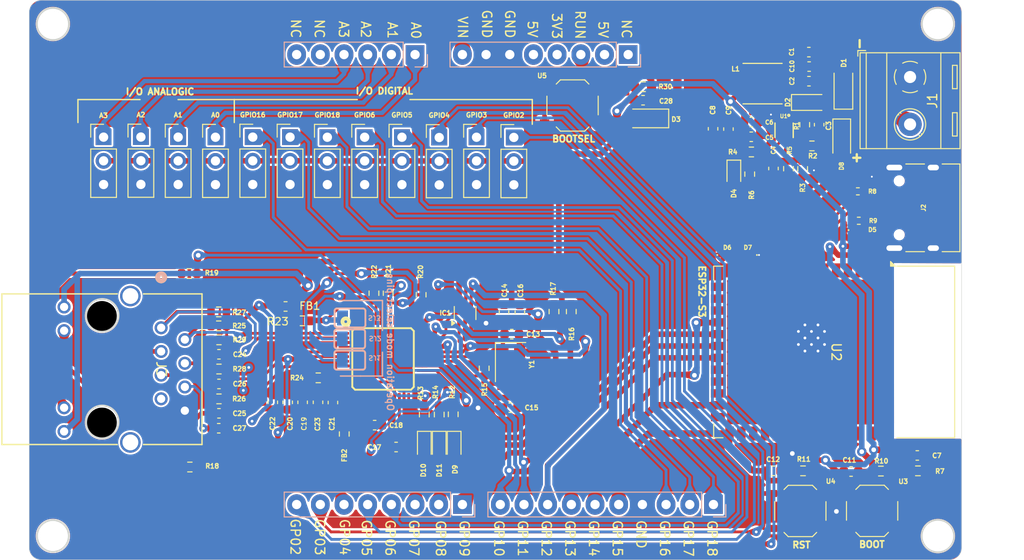
<source format=kicad_pcb>
(kicad_pcb (version 20241229) (generator "pcbnew") (generator_version "9.0")
  (title_block (title "ArchiNET") (date "2025-06-30") (rev "2025-06-30"))
  (layers (0 "F.Cu" signal) (2 "B.Cu" signal) (13 "F.Paste" user) (15 "B.Paste" user) (5 "F.SilkS" user "F.Silkscreen") (7 "B.SilkS" user "B.Silkscreen") (1 "F.Mask" user) (3 "B.Mask" user) (25 "Edge.Cuts" user))
  (property "SHEETTOTAL" "1")
  (net 0 "")
  (net 1 "GND")
  (net 2 "Net-(U1-FB)")
  (net 3 "AGND")
  (net 4 "AVDD")
  (net 5 "Net-(U$1-XO)")
  (net 6 "Net-(U$1-XI{slash}CLKIN)")
  (net 7 "+3V3")
  (net 8 "Net-(U$1-1V20)")
  (net 9 "Net-(U$1-TOCAP)")
  (net 10 "/Archi/RUN")
  (net 11 "/Archi/RESET_MCU")
  (net 12 "/MCU-WiFi/D-")
  (net 13 "/MCU-WiFi/D+")
  (net 14 "Net-(J3-TCT)")
  (net 15 "Net-(J3-RD+)")
  (net 16 "/Ethernet/RX+")
  (net 17 "Net-(J3-RCT)")
  (net 20 "Net-(U1-SW)")
  (net 21 "Net-(U1-EN)")
  (net 22 "Net-(U1-PG)")
  (net 23 "Net-(SJ1-A)")
  (net 24 "Net-(SJ2-A)")
  (net 25 "Net-(SJ3-A)")
  (net 26 "Net-(U$1-EXRES1)")
  (net 27 "/Ethernet/YELLOWLED")
  (net 28 "/Ethernet/ACTLED")
  (net 29 "/Ethernet/LINKLED")
  (net 30 "/Ethernet/GREENLED")
  (net 31 "/Ethernet/DUPLED")
  (net 71 "Net-(J2-CC1)")
  (net 72 "Net-(J2-CC2)")
  (net 73 "Net-(J3-RD-)")
  (net 74 "Net-(D9-K)")
  (net 75 "VBAT")
  (net 76 "/MCU-WiFi/CHIP_PU")
  (net 78 "/Ethernet/MISO_MCU")
  (net 79 "/Ethernet/RX-")
  (net 80 "Net-(D4-A)")
  (net 81 "/Archi/READY")
  (net 82 "/Archi/CS1")
  (net 83 "Net-(D10-K)")
  (net 84 "Net-(D11-K)")
  (net 85 "/Ethernet/TX+")
  (net 86 "unconnected-(J3-NC-Pad7)")
  (net 87 "/Ethernet/TX-")
  (net 92 "/Archi/A2")
  (net 93 "/Archi/A3")
  (net 94 "/Archi/A0")
  (net 95 "/Archi/A1")
  (net 96 "+5VIN")
  (net 99 "Net-(D1-A)")
  (net 100 "/Archi/GPIO16")
  (net 101 "/Archi/GPIO17")
  (net 102 "/Archi/GPIO18")
  (net 103 "/Archi/GPIO6")
  (net 104 "/Archi/GPIO5")
  (net 105 "/Archi/GPIO4")
  (net 106 "/Archi/GPIO3")
  (net 107 "/Archi/GPIO2")
  (net 108 "/Archi/CLK")
  (net 109 "/Archi/MOSI")
  (net 110 "/Archi/INTN")
  (net 111 "/Archi/RSTN")
  (net 112 "/Ethernet/CS")
  (net 113 "/Archi/MISO")
  (footprint "Capacitor_SMD:C_0603_1608Metric" (layer "F.Cu") (at 179.175 81.19)
    (property "Reference" "C10")
    (property "Value" "10uF" (hide yes))
  )
  (footprint "Inductor_SMD:L_0603_1608Metric" (layer "F.Cu") (at 123.0175 106.92 180)
    (property "Reference" "FB1")
    (property "Value" "ferrite")
  )
  (footprint "Resistor_SMD:R_0603_1608Metric_Pad0.98x0.95mm_HandSolder" (layer "F.Cu") (at 137.9 118.5125 90)
    (property "Reference" "R13")
    (property "Value" "1K")
  )
  (footprint "LED_SMD:LED_0603_1608Metric" (layer "F.Cu") (at 171.1 92.71 -90)
    (property "Reference" "D4")
    (property "Value" "LED_POW" (hide yes))
  )
  (footprint "Capacitor_SMD:C_0603_1608Metric" (layer "F.Cu") (at 128.09877 117.225 90)
    (property "Reference" "C21")
    (property "Value" "0.1uF" (hide yes))
  )
  (footprint "Connector_PinHeader_2.54mm:PinHeader_1x03_P2.54mm_Vertical" (layer "F.Cu") (at 115.5 88.77)
    (property "Reference" "A0")
    (property "Value" "Conn_01x03" (hide yes))
  )
  (footprint "Resistor_SMD:R_0603_1608Metric" (layer "F.Cu") (at 172.980707 90.349 180)
    (property "Reference" "R4")
    (property "Value" "10K" (hide yes))
  )
  (footprint "Resistor_SMD:R_0603_1608Metric" (layer "F.Cu") (at 115.850744 107.5)
    (property "Reference" "R27")
    (property "Value" "49.9" (hide yes))
  )
  (footprint "Diode_SMD:D_SOD-123F" (layer "F.Cu") (at 182.85 83.5475 90)
    (property "Reference" "D1")
    (property "Value" "DSS14U" (hide yes))
  )
  (footprint "Resistor_SMD:R_0603_1608Metric" (layer "F.Cu") (at 132.49877 105.5 -90)
    (property "Reference" "R22")
    (property "Value" "10K" (hide yes))
  )
  (footprint "Capacitor_SMD:C_0603_1608Metric" (layer "F.Cu") (at 132.57377 119.65 180)
    (property "Reference" "C18")
    (property "Value" "10uF" (hide yes))
  )
  (footprint "Capacitor_SMD:C_0603_1608Metric" (layer "F.Cu") (at 179.145 79.64)
    (property "Reference" "C1")
    (property "Value" "10uF" (hide yes))
  )
  (footprint "anetLib:IND_PA4332.222NLT" (layer "F.Cu") (at 174.18 83.02 180)
    (property "Reference" "L1")
    (property "Value" "2.2uH" (hide yes))
  )
  (footprint "Resistor_SMD:R_0603_1608Metric" (layer "F.Cu") (at 144.32 113.55 -90)
    (property "Reference" "R15")
    (property "Value" "1M" (hide yes))
  )
  (footprint "Capacitor_SMD:C_0603_1608Metric" (layer "F.Cu") (at 147.28 109.89)
    (property "Reference" "C13")
    (property "Value" "22pF" (hide yes))
  )
  (footprint "Resistor_SMD:R_0603_1608Metric_Pad0.98x0.95mm_HandSolder" (layer "F.Cu") (at 161.3625 83.35 180)
    (property "Reference" "R30")
    (property "Value" "10K" (hide yes))
  )
  (footprint "Capacitor_SMD:C_0603_1608Metric" (layer "F.Cu") (at 115.875 112.05)
    (property "Reference" "C24")
    (property "Value" "10nF" (hide yes))
  )
  (footprint "LED_SMD:LED_0603_1608Metric_Pad1.05x0.95mm_HandSolder" (layer "F.Cu") (at 137.9 121.975 -90)
    (property "Reference" "D10")
    (property "Value" "LED_POW" (hide yes))
  )
  (footprint "Capacitor_SMD:C_0603_1608Metric" (layer "F.Cu") (at 179.155 82.76)
    (property "Reference" "C2")
    (property "Value" "10uF" (hide yes))
  )
  (footprint "Button_Switch_SMD:SW_Push_1P1T_XKB_TS-1187A" (layer "F.Cu") (at 153.8 85.365 180)
    (property "Reference" "U5")
    (property "Value" "SWITCH" (hide yes))
  )
  (footprint "Resistor_SMD:R_0603_1608Metric_Pad0.98x0.95mm_HandSolder" (layer "F.Cu") (at 186.87377 124.575)
    (property "Reference" "R10")
    (property "Value" "1K" (hide yes))
  )
  (footprint "Capacitor_SMD:C_0603_1608Metric" (layer "F.Cu") (at 115.850744 119.982)
    (property "Reference" "C27")
    (property "Value" "6.8nF" (hide yes))
  )
  (footprint "Resistor_SMD:R_0603_1608Metric" (layer "F.Cu") (at 126.52377 114.575 180)
    (property "Reference" "R24")
    (property "Value" "12.4K" (hide yes))
  )
  (footprint "anetLib:CONN12_ARJM11B1-009-AB-EW2_ABR" (layer "F.Cu") (at 103.325 113.65 -90)
    (property "Reference" "J3")
    (property "Value" "RJ45" (hide yes))
  )
  (footprint "Resistor_SMD:R_0603_1608Metric_Pad0.98x0.95mm_HandSolder" (layer "F.Cu") (at 139.5 118.5125 90)
    (property "Reference" "R14")
    (property "Value" "1K")
  )
  (footprint "Capacitor_SMD:C_0603_1608Metric" (layer "F.Cu") (at 121.64877 117.2 90)
    (property "Reference" "C22")
    (property "Value" "0.1uF" (hide yes))
  )
  (footprint "Capacitor_SMD:C_0603_1608Metric" (layer "F.Cu") (at 146.44957 107.5182 -90)
    (property "Reference" "C14")
    (property "Value" "10uF" (hide yes))
  )
  (footprint "Connector_PinHeader_2.54mm:PinHeader_1x03_P2.54mm_Vertical" (layer "F.Cu") (at 107.5 88.75)
    (property "Reference" "A2")
    (property "Value" "Conn_01x03" (hide yes))
  )
  (footprint "Resistor_SMD:R_0603_1608Metric" (layer "F.Cu") (at 137.55957 105.664 -90)
    (property "Reference" "R20")
    (property "Value" "10K" (hide yes))
  )
  (footprint "Capacitor_SMD:C_0603_1608Metric" (layer "F.Cu") (at 148.15137 107.5436 -90)
    (property "Reference" "C16")
    (property "Value" "0.1uF" (hide yes))
  )
  (footprint "Diode_SMD:Nexperia_CFP3_SOD-123W" (layer "F.Cu") (at 182.67 89.0725 -90)
    (property "Reference" "D8")
    (property "Value" "1N5819" (hide yes))
  )
  (footprint "Resistor_SMD:R_0603_1608Metric_Pad0.98x0.95mm_HandSolder" (layer "F.Cu") (at 178.517972 124.55 180)
    (property "Reference" "R11")
    (property "Value" "1K" (hide yes))
  )
  (footprint "Capacitor_SMD:C_0603_1608Metric" (layer "F.Cu") (at 115.875744 115.232)
    (property "Reference" "C26")
    (property "Value" "10nF" (hide yes))
  )
  (footprint "Resistor_SMD:R_0603_1608Metric_Pad0.98x0.95mm_HandSolder" (layer "F.Cu") (at 190.84127 124.55 180)
    (property "Reference" "R7")
    (property "Value" "1K" (hide yes))
  )
  (footprint "Capacitor_SMD:C_0603_1608Metric" (layer "F.Cu") (at 147.1168 117.7798 180)
    (property "Reference" "C15")
    (property "Value" "22pF" (hide yes))
  )
  (footprint "Resistor_SMD:R_0603_1608Metric" (layer "F.Cu") (at 176.96112 92.1415 -90)
    (property "Reference" "R5")
    (property "Value" "135K" (hide yes))
  )
  (footprint "Connector_PinHeader_2.54mm:PinHeader_1x03_P2.54mm_Vertical" (layer "F.Cu") (at 143.5 88.77)
    (property "Reference" "GPIO3")
    (property "Value" "Conn_01x03" (hide yes))
  )
  (footprint "Connector_PinHeader_2.54mm:PinHeader_1x03_P2.54mm_Vertical" (layer "F.Cu") (at 139.5 88.8)
    (property "Reference" "GPIO4")
    (property "Value" "Conn_01x03" (hide yes))
  )
  (footprint "Arduino_MountingHole:MountingHole_3.2mm" (layer "F.Cu") (at 192.984768 76.624067 180)
    (property "Reference" "MH2" (hide yes))
    (property "Value" "MountingHole_3.2mm" (hide yes))
  )
  (footprint "Resistor_SMD:R_0603_1608Metric" (layer "F.Cu") (at 112.755 124.14)
    (property "Reference" "R18")
    (property "Value" "470" (hide yes))
  )
  (footprint "Capacitor_SMD:C_0603_1608Metric" (layer "F.Cu") (at 170.52 87.895 90)
    (property "Reference" "C9")
    (property "Value" "10uF" (hide yes))
  )
  (footprint "LED_SMD:LED_0603_1608Metric_Pad1.05x0.95mm_HandSolder" (layer "F.Cu") (at 139.5 121.975 -90)
    (property "Reference" "D11")
    (property "Value" "LED_POW" (hide yes))
  )
  (footprint "Capacitor_SMD:C_0603_1608Metric" (layer "F.Cu") (at 123.24877 117.2 90)
    (property "Reference" "C20")
    (property "Value" "0.1uF" (hide yes))
  )
  (footprint "Resistor_SMD:R_0603_1608Metric" (layer "F.Cu") (at 151.80897 107.4674 90)
    (property "Reference" "R17")
    (property "Value" "10K" (hide yes))
  )
  (footprint "Resistor_SMD:R_0603_1608Metric" (layer "F.Cu") (at 124.825 108.46)
    (property "Reference" "R23")
    (property "Value" "10K" (hide yes))
  )
  (footprint "Diode_SMD:D_0402_1005Metric" (layer "F.Cu") (at 172.485 101.4 180)
    (property "Reference" "D6")
    (property "Value" "D_TVS_Filled" (hide yes))
  )
  (footprint "Crystal:Crystal_SMD_TXC_7M-4Pin_3.2x2.5mm" (layer "F.Cu") (at 147.1294 112.9872 -90)
    (property "Reference" "Y1")
    (property "Value" "25MHz" (hide yes))
  )
  (footprint "Connector_PinHeader_2.54mm:PinHeader_1x03_P2.54mm_Vertical" (layer "F.Cu") (at 111.5 88.76)
    (property "Reference" "A1")
    (property "Value" "Conn_01x03" (hide yes))
  )
  (footprint "Resistor_SMD:R_0603_1608Metric" (layer "F.Cu") (at 153.66317 107.4674 90)
    (property "Reference" "R16")
    (property "Value" "10K" (hide yes))
  )
  (footprint "Package_TO_SOT_SMD:SOT-353_SC-70-5" (layer "F.Cu") (at 142.275 107.625 90)
    (property "Reference" "IC1")
    (property "Value" "74AHC1G125" (hide yes))
  )
  (footprint "Resistor_SMD:R_0603_1608Metric_Pad0.98x0.95mm_HandSolder" (layer "F.Cu") (at 141 118.4875 90)
    (property "Reference" "R12")
    (property "Value" "1K")
  )
  (footprint "Capacitor_SMD:C_0603_1608Metric" (layer "F.Cu") (at 115.875744 118.382)
    (property "Reference" "C25")
    (property "Value" "6.8nF" (hide yes))
  )
  (footprint "Resistor_SMD:R_0603_1608Metric" (layer "F.Cu") (at 179.475 89.7 180)
    (property "Reference" "R2")
    (property "Value" "47K" (hide yes))
  )
  (footprint "Arduino_MountingHole:MountingHole_3.2mm" (layer "F.Cu") (at 98.064968 131.533787 180)
    (property "Reference" "MH3" (hide yes))
    (property "Value" "MountingHole_3.2mm" (hide yes))
  )
  (footprint "Connector_PinHeader_2.54mm:PinHeader_1x03_P2.54mm_Vertical" (layer "F.Cu") (at 123.5 88.759293)
    (property "Reference" "GPIO17")
    (property "Value" "Conn_01x03" (hide yes))
  )
  (footprint "Resistor_SMD:R_0603_1608Metric" (layer "F.Cu") (at 115.875744 113.632)
    (property "Reference" "R28")
    (property "Value" "49.9" (hide yes))
  )
  (footprint "Arduino_MountingHole:MountingHole_3.2mm" (layer "F.Cu") (at 192.984768 131.543947 180)
    (property "Reference" "MH1" (hide yes))
    (property "Value" "MountingHole_3.2mm" (hide yes))
  )
  (footprint "Resistor_SMD:R_0603_1608Metric" (layer "F.Cu") (at 172.8 92.725 -90)
    (property "Reference" "R6")
    (property "Value" "1K" (hide yes))
  )
  (footprint "Capacitor_SMD:C_0603_1608Metric" (layer "F.Cu") (at 183.675 124.625)
    (property "Reference" "C11")
    (property "Value" "10uF" (hide yes))
  )
  (footprint "TerminalBlock_RND:TerminalBlock_RND_205-00287_1x02_P5.08mm_Horizontal" (layer "F.Cu") (at 190 82.31 -90)
    (property "Reference" "J1")
    (property "Value" "BAT" (hide yes))
  )
  (footprint "anetLib:Jumper" (layer "F.Cu") (at 128.328165 113.623605 180)
    (property "Reference" "SJ1")
    (property "Value" "SOLDERJUMPERREFLOW_NOPASTE" (hide yes))
  )
  (footprint "Connector_PinHeader_2.54mm:PinHeader_1x03_P2.54mm_Vertical" (layer "F.Cu") (at 127.5 88.769293)
    (property "Reference" "GPIO18")
    (property "Value" "Conn_01x03" (hide yes))
  )
  (footprint "Resistor_SMD:R_0603_1608Metric" (layer "F.Cu") (at 178.7 87.425 90)
    (property "Reference" "R1")
    (property "Value" "100K" (hide yes))
  )
  (footprint "Capacitor_SMD:C_0603_1608Metric" (layer "F.Cu") (at 190.775 122.9 180)
    (property "Reference" "C7")
    (property "Value" "10uF" (hide yes))
  )
  (footprint "Capacitor_SMD:C_0603_1608Metric" (layer "F.Cu") (at 134.874 121.9962)
    (property "Reference" "C17")
    (property "Value" "0.1uF" (hide yes))
  )
  (footprint "Resistor_SMD:R_0603_1608Metric" (layer "F.Cu") (at 178.48 92.155 90)
    (property "Reference" "R3")
    (property "Value" "30K" (hide yes))
  )
  (footprint "Connector_PinHeader_2.54mm:PinHeader_1x03_P2.54mm_Vertical" (layer "F.Cu") (at 131.5 88.77)
    (property "Reference" "GPIO6")
    (property "Value" "Conn_01x03" (hide yes))
  )
  (footprint "Capacitor_SMD:C_0603_1608Metric" (layer "F.Cu") (at 175.32877 124.55 180)
    (property "Reference" "C12")
    (property "Value" "10uF" (hide yes))
  )
  (footprint "Resistor_SMD:R_0603_1608Metric" (layer "F.Cu") (at 134.02377 105.5 -90)
    (property "Reference" "R21")
    (property "Value" "10K" (hide yes))
  )
  (footprint "Resistor_SMD:R_0603_1608Metric" (layer "F.Cu") (at 115.875744 116.832)
    (property "Reference" "R26")
    (property "Value" "49.9" (hide yes))
  )
  (footprint "Capacitor_SMD:C_0603_1608Metric" (layer "F.Cu") (at 172.965 87.13)
    (property "Reference" "C6")
    (property "Value" "100nF" (hide yes))
  )
  (footprint "Capacitor_SMD:C_0603_1608Metric_Pad1.08x0.95mm_HandSolder" (layer "F.Cu") (at 161.3625 84.8)
    (property "Reference" "C28")
    (property "Value" "1nF" (hide yes))
  )
  (footprint "Connector_PinHeader_2.54mm:PinHeader_1x03_P2.54mm_Vertical" (layer "F.Cu") (at 103.5 88.76)
    (property "Reference" "A3")
    (property "Value" "Conn_01x03" (hide yes))
  )
  (footprint "Capacitor_SMD:C_0603_1608Metric" (layer "F.Cu") (at 172.965 88.72)
    (property "Reference" "C5")
    (property "Value" "22uF" (hide yes))
  )
  (footprint "Connector_USB:USB_C_Receptacle_HRO_TYPE-C-31-M-12" (layer "F.Cu") (at 191.44377 96.34 90)
    (property "Reference" "J2")
    (property "Value" "USB_C_Receptacle_USB2.0_16P" (hide yes))
  )
  (footprint "Diode_SMD:D_0402_1005Metric" (layer "F.Cu") (at 170.415 101.4)
    (property "Reference" "D7")
    (property "Value" "D_TVS_Filled" (hide yes))
  )
  (footprint "Arduino_MountingHole:MountingHole_3.2mm" (layer "F.Cu") (at 98.064968 76.624067 180)
    (property "Reference" "MH4" (hide yes))
    (property "Value" "MountingHole_3.2mm" (hide yes))
  )
  (footprint "Resistor_SMD:R_0603_1608Metric" (layer "F.Cu") (at 112.69 103.39)
    (property "Reference" "R19")
    (property "Value" "470" (hide yes))
  )
  (footprint "Resistor_SMD:R_0603_1608Metric" (layer "F.Cu") (at 115.850744 109)
    (property "Reference" "R25")
    (property "Value" "49.9" (hide yes))
  )
  (footprint "RF_Module:ESP32-S3-WROOM-1" (layer "F.Cu") (at 181.88377 111.8 -90)
    (property "Reference" "U2")
    (property "Value" "ESP32-S3-WROOM-1")
  )
  (footprint "Resistor_SMD:R_0402_1005Metric" (layer "F.Cu") (at 184.5 97.73 180)
    (property "Reference" "R9")
    (property "Value" "5k1" (hide yes))
  )
  (footprint "Capacitor_SMD:C_0603_1608Metric" (layer "F.Cu") (at 168.87 87.865 90)
    (property "Reference" "C8")
    (property "Value" "0.1uF" (hide yes))
  )
  (footprint "Connector_PinHeader_2.54mm:PinHeader_1x03_P2.54mm_Vertical" (layer "F.Cu") (at 147.5 88.79)
    (property "Reference" "GPIO2")
    (property "Value" "Conn_01x03" (hide yes))
  )
  (footprint "Capacitor_SMD:C_0603_1608Metric" (layer "F.Cu") (at 124.84877 117.2 90)
    (property "Reference" "C19")
    (property "Value" "0.1uF" (hide yes))
  )
  (footprint "Button_Switch_SMD:SW_Push_1P1T_XKB_TS-1187A" (layer "F.Cu") (at 178.23 128.855)
    (property "Reference" "U4")
    (property "Value" "SWITCH" (hide yes))
  )
  (footprint "Resistor_SMD:R_0603_1608Metric" (layer "F.Cu") (at 115.875744 110.5)
    (property "Reference" "R29")
    (property "Value" "10" (hide yes))
  )
  (footprint "Diode_SMD:D_SOD-323_HandSoldering" (layer "F.Cu") (at 179.2925 85.04)
    (property "Reference" "D2")
    (property "Value" "SD12C-7" (hide yes))
  )
  (footprint "Resistor_SMD:R_0603_1608Metric" (layer "F.Cu") (at 129.31377 120.6 90)
    (property "Reference" "FB2")
    (property "Value" "ferrite")
  )
  (footprint "Connector_PinHeader_2.54mm:PinHeader_1x03_P2.54mm_Vertical" (layer "F.Cu") (at 119.5 88.757172)
    (property "Reference" "GPIO16")
    (property "Value" "Conn_01x03" (hide yes))
  )
  (footprint "Capacitor_SMD:C_0603_1608Metric" (layer "F.Cu") (at 175.35 92.125 -90)
    (property "Reference" "C4")
    (property "Value" "56pF" (hide yes))
  )
  (footprint "anetLib:W5500" (layer "F.Cu") (at 133.47377 112.05 180)
    (property "Reference" "U$1" (hide yes))
    (property "Value" "W5500")
  )
  (footprint "anetLib:Jumper" (layer "F.Cu") (at 128.354167 109.094603 180)
    (property "Reference" "SJ3")
    (property "Value" "SOLDERJUMPERREFLOW_NOPASTE" (hide yes))
  )
  (footprint "LED_SMD:LED_0603_1608Metric_Pad1.05x0.95mm_HandSolder" (layer "F.Cu") (at 141.1 121.975 -90)
    (property "Reference" "D9")
    (property "Value" "LED_POW" (hide yes))
  )
  (footprint "Capacitor_SMD:C_0603_1608Metric" (layer "F.Cu") (at 126.49877 117.2 90)
    (property "Reference" "C23")
    (property "Value" "10uF" (hide yes))
  )
  (footprint "Diode_SMD:D_0402_1005Metric" (layer "F.Cu") (at 184.4875 98.73)
    (property "Reference" "D5")
    (property "Value" "D_TVS_Filled" (hide yes))
  )
  (footprint "anetLib:SOT6_DRL_TEX-L" (layer "F.Cu") (at 176.490126 88.025463 -90)
    (property "Reference" "U1")
    (property "Value" "TPS563252DRLR" (hide yes))
  )
  (footprint "Diode_SMD:D_SOD-123F" (layer "F.Cu") (at 161.9 86.75 180)
    (property "Reference" "D3")
    (property "Value" "DSS14U" (hide yes))
  )
  (footprint "Button_Switch_SMD:SW_Push_1P1T_XKB_TS-1187A" (layer "F.Cu") (at 185.93 128.845)
    (property "Reference" "U3")
    (property "Value" "SWITCH" (hide yes))
  )
  (footprint "anetLib:Jumper" (layer "F.Cu") (at 128.32377 111.343605 180)
    (property "Reference" "SJ2")
    (property "Value" "SOLDERJUMPERREFLOW_NOPASTE" (hide yes))
  )
  (footprint "Resistor_SMD:R_0402_1005Metric" (layer "F.Cu") (at 184.4 94.57 180)
    (property "Reference" "R8")
    (property "Value" "5k1" (hide yes))
  )
  (footprint "Connector_PinHeader_2.54mm:PinHeader_1x03_P2.54mm_Vertical" (layer "F.Cu") (at 135.5 88.77)
    (property "Reference" "GPIO5")
    (property "Value" "Conn_01x03" (hide yes))
  )
  (footprint "Capacitor_SMD:C_0603_1608Metric" (layer "F.Cu") (at 180.25 87.425 -90)
    (property "Reference" "C3")
    (property "Value" "100nF" (hide yes))
  )
  (footprint "Connector_PinHeader_2.54mm:PinHeader_1x06_P2.54mm_Vertical" (layer "B.Cu") (at 136.906648 79.903207 90)
    (property "Reference" "J5" (hide yes))
    (property "Value" "Analog")
  )
  (footprint "Connector_PinHeader_2.54mm:PinHeader_1x08_P2.54mm_Vertical" (layer "B.Cu") (at 159.766648 79.903207 90)
    (property "Reference" "J4" (hide yes))
    (property "Value" "Power")
  )
  (footprint "Connector_PinHeader_2.54mm:PinHeader_1x08_P2.54mm_Vertical" (layer "B.Cu") (at 141.986648 128.163207 90)
    (property "Reference" "J7" (hide yes))
    (property "Value" "Digital/PWM")
  )
  (footprint "Connector_PinHeader_2.54mm:PinHeader_1x10_P2.54mm_Vertical" (layer "B.Cu") (at 168.910648 128.163207 90)
    (property "Reference" "J6" (hide yes))
    (property "Value" "Digital/PWM")
  )
  (gr_line (start 111.49 84.73) (end 117.52 84.73) (stroke (width 0.15)) (layer "F.SilkS"))
  (gr_line (start 117.52 84.73) (end 130.71 84.73) (stroke (width 0.15)) (layer "F.SilkS"))
  (gr_line (start 100.75 84.73) (end 107.41 84.73) (stroke (width 0.15)) (layer "F.SilkS"))
  (gr_line (start 149.48 84.73) (end 149.48 87.377172) (stroke (width 0.15)) (layer "F.SilkS"))
  (gr_line (start 136.36 84.73) (end 149.48 84.73) (stroke (width 0.15)) (layer "F.SilkS"))
  (gr_line (start 100.75 87.19) (end 100.75 84.73) (stroke (width 0.15)) (layer "F.SilkS"))
  (gr_line (start 117.52 84.73) (end 117.52 87.19) (stroke (width 0.15)) (layer "F.SilkS"))
  (gr_line (start 133.41 106.28) (end 133.41 109.49) (stroke (width 0.15)) (layer "B.SilkS"))
  (gr_line (start 128.78 106.29) (end 133.41 106.28) (stroke (width 0.15)) (layer "B.SilkS"))
  (gr_line (start 133.41 111.83) (end 133.41 114.38) (stroke (width 0.15)) (layer "B.SilkS"))
  (gr_line (start 133.41 114.38) (end 131.05 114.38) (stroke (width 0.15)) (layer "B.SilkS"))
  (gr_line (start 131.07 114.38) (end 128.9 114.38) (stroke (width 0.15)) (layer "B.SilkS"))
  (gr_arc (start 95.524958 75.354047) (mid 95.896919 74.456012) (end 96.794958 74.084047) (stroke (width 0.05)) (layer "Edge.Cuts"))
  (gr_circle (center 103.353982 107.87) (end 105.11 107.87) (stroke (width 0.2)) (fill no) (layer "Edge.Cuts"))
  (gr_circle (center 192.984768 76.624067) (end 194.70921 76.624067) (stroke (width 0.2)) (fill no) (layer "Edge.Cuts"))
  (gr_line (start 96.794958 74.084047) (end 194.254768 74.084047) (stroke (width 0.05)) (layer "Edge.Cuts"))
  (gr_line (start 95.524958 132.813947) (end 95.524958 75.354047) (stroke (width 0.05)) (layer "Edge.Cuts"))
  (gr_circle (center 98.064968 131.533787) (end 99.762923 131.533787) (stroke (width 0.2)) (fill no) (layer "Edge.Cuts"))
  (gr_line (start 195.524768 75.354047) (end 195.524768 132.813947) (stroke (width 0.05)) (layer "Edge.Cuts"))
  (gr_circle (center 103.353982 119.3) (end 105.11 119.3) (stroke (width 0.2)) (fill no) (layer "Edge.Cuts"))
  (gr_arc (start 96.794958 134.083947) (mid 95.896943 133.711961) (end 95.524958 132.813947) (stroke (width 0.05)) (layer "Edge.Cuts"))
  (gr_arc (start 194.254768 74.084047) (mid 195.152739 74.456071) (end 195.524768 75.354047) (stroke (width 0.05)) (layer "Edge.Cuts"))
  (gr_circle (center 192.984768 131.543947) (end 194.72875 131.543947) (stroke (width 0.2)) (fill no) (layer "Edge.Cuts"))
  (gr_circle (center 98.064968 76.624067) (end 99.789163 76.624067) (stroke (width 0.2)) (fill no) (layer "Edge.Cuts"))
  (gr_line (start 194.254768 134.083947) (end 96.794958 134.083947) (stroke (width 0.05)) (layer "Edge.Cuts"))
  (gr_arc (start 195.524768 132.813947) (mid 195.152775 133.711931) (end 194.254768 134.083947) (stroke (width 0.05)) (layer "Edge.Cuts"))
  (gr_text "NC" (at 126.06 76.01 270) (layer "F.SilkS") (effects (font (size 1 1)) (justify left bottom)))
  (gr_text "A1" (at 133.89 76.29 270) (layer "F.SilkS") (effects (font (size 1 1)) (justify left bottom)))
  (gr_text "NC" (at 159 76.03 270) (layer "F.SilkS") (effects (font (size 1 1)) (justify left bottom)))
  (gr_text "GP05" (at 131.7 129.69 270) (layer "F.SilkS") (effects (font (size 1 1)) (justify left)))
  (gr_text "GP14" (at 156.07 129.74 270) (layer "F.SilkS") (effects (font (size 1 1)) (justify left)))
  (gr_text "+" (at 185.07 91.49 0) (layer "F.SilkS") (effects (font (size 1 1) (thickness 0.25) (bold yes)) (justify left bottom mirror)))
  (gr_text "5V" (at 156.5 76.22 270) (layer "F.SilkS") (effects (font (size 1 1)) (justify left bottom)))
  (gr_text "GP12" (at 150.99 129.74 270) (layer "F.SilkS") (effects (font (size 1 1)) (justify left)))
  (gr_text "GP09" (at 142.19 129.75 270) (layer "F.SilkS") (effects (font (size 1 1)) (justify left)))
  (gr_text "VIN" (at 141.43 75.7 270) (layer "F.SilkS") (effects (font (size 1 1)) (justify left bottom)))
  (gr_text "GP15" (at 158.61 129.74 270) (layer "F.SilkS") (effects (font (size 1 1)) (justify left)))
  (gr_text "3V3" (at 151.524768 75.36 270) (layer "F.SilkS") (effects (font (size 1 1)) (justify left bottom)))
  (gr_text "GP04" (at 129.35 129.61 270) (layer "F.SilkS") (effects (font (size 1 1)) (justify left)))
  (gr_text "GP07" (at 136.78 129.69 270) (layer "F.SilkS") (effects (font (size 1 1)) (justify left)))
  (gr_text "GP16" (at 163.69 129.74 270) (layer "F.SilkS") (effects (font (size 1 1)) (justify left)))
  (gr_text "GP11" (at 148.45 129.74 270) (layer "F.SilkS") (effects (font (size 1 1)) (justify left)))
  (gr_text "GP10" (at 145.91 129.74 270) (layer "F.SilkS") (effects (font (size 1 1)) (justify left)))
  (gr_text "A0" (at 136.41 76.31 270) (layer "F.SilkS") (effects (font (size 1 1)) (justify left bottom)))
  (gr_text "RST\n" (at 177.28 132.91 0) (layer "F.SilkS") (effects (font (size 0.7 0.7) (thickness 0.175) (bold yes)) (justify left bottom)))
  (gr_text "NC" (at 123.524768 75.99 270) (layer "F.SilkS") (effects (font (size 1 1)) (justify left bottom)))
  (gr_text "ESP32-S3" (at 167.27 102.43 270) (layer "F.SilkS") (effects (font (size 0.7 0.7) (thickness 0.175) (bold yes)) (justify left bottom)))
  (gr_text "5V" (at 148.91 76.17 270) (layer "F.SilkS") (effects (font (size 1 1)) (justify left bottom)))
  (gr_text "GP03" (at 126.68 129.61 270) (layer "F.SilkS") (effects (font (size 1 1)) (justify left)))
  (gr_text "GP13" (at 153.53 129.74 270) (layer "F.SilkS") (effects (font (size 1 1)) (justify left)))
  (gr_text "-" (at 185.11 77.95 90) (layer "F.SilkS") (effects (font (size 1 1) (thickness 0.25) (bold yes)) (justify left bottom mirror)))
  (gr_text "GP06" (at 134.24 129.69 270) (layer "F.SilkS") (effects (font (size 1 1)) (justify left)))
  (gr_text "BOOT\n" (at 184.44 132.85 0) (layer "F.SilkS") (effects (font (size 0.7 0.7) (thickness 0.175) (bold yes)) (justify left bottom)))
  (gr_text "RUN" (at 154.024768 75.06 270) (layer "F.SilkS") (effects (font (size 1 1)) (justify left bottom)))
  (gr_text "GND" (at 161.15 129.74 270) (layer "F.SilkS") (effects (font (size 1 1)) (justify left)))
  (gr_text "I/O ANALOGIC" (at 105.79 84.29 0) (layer "F.SilkS") (effects (font (size 0.7 0.7) (thickness 0.175) (bold yes)) (justify left bottom)))
  (gr_text "GND" (at 144.02 75 270) (layer "F.SilkS") (effects (font (size 1 1)) (justify left bottom)))
  (gr_text "A2" (at 131.03 76.21 270) (layer "F.SilkS") (effects (font (size 1 1)) (justify left bottom)))
  (gr_text "GND" (at 146.49 75 270) (layer "F.SilkS") (effects (font (size 1 1)) (justify left bottom)))
  (gr_text "GP17" (at 166.23 129.74 270) (layer "F.SilkS") (effects (font (size 1 1)) (justify left)))
  (gr_text "BOOTSEL" (at 151.52 89.36 0) (layer "F.SilkS") (effects (font (size 0.7 0.7) (thickness 0.175) (bold yes)) (justify left bottom)))
  (gr_text "A3" (at 128.66 76.2 270) (layer "F.SilkS") (effects (font (size 1 1)) (justify left bottom)))
  (gr_text "GP08" (at 139.65 129.75 270) (layer "F.SilkS") (effects (font (size 1 1)) (justify left)))
  (gr_text "I/O DIGITAL" (at 130.45 84.22 0) (layer "F.SilkS") (effects (font (size 0.7 0.7) (thickness 0.175) (bold yes)) (justify left bottom)))
  (gr_text "GP18" (at 168.77 129.74 270) (layer "F.SilkS") (effects (font (size 1 1)) (justify left)))
  (gr_text "GP02" (at 124.06 129.58 270) (layer "F.SilkS") (effects (font (size 1 1)) (justify left)))
  (gr_text "Operation mode select pins" (at 133.85 118.2 270) (layer "B.SilkS") (effects (font (size 0.7 0.7) (thickness 0.14) (bold yes)) (justify left bottom mirror)))
  (segment (start 146.44957 108.2932) (end 144.93797 108.2932) (width 0.5) (layer "F.Cu") (net 1))
  (segment (start 146.46003 114.236) (end 148.282 112.41403) (width 0.5) (layer "F.Cu") (net 1))
  (segment (start 146.3418 117.7798) (end 146.3216 117.8) (width 0.6) (layer "F.Cu") (net 1))
  (segment (start 140.107384 113.3) (end 137.67377 113.3) (width 0.3) (layer "F.Cu") (net 1))
  (segment (start 143.66377 116.856386) (end 140.107384 113.3) (width 0.3) (layer "F.Cu") (net 1))
  (segment (start 175.99 86.84) (end 175.49 86.34) (width 0.3) (layer "F.Cu") (net 1))
  (segment (start 148.1294 109.89623) (end 148.11357 109.8804) (width 0.25) (layer "F.Cu") (net 1))
  (segment (start 175.49 86.34) (end 175.08 86.34) (width 0.3) (layer "F.Cu") (net 1))
  (segment (start 144.93797 108.2932) (end 144.65617 108.575) (width 0.5) (layer "F.Cu") (net 1))
  (segment (start 143.66377 117.8) (end 143.66377 116.856386) (width 0.3) (layer "F.Cu") (net 1))
  (segment (start 144.65617 108.575) (end 142.925 108.575) (width 0.5) (layer "F.Cu") (net 1))
  (segment (start 135.72377 116.75) (end 135.72377 113.8498) (width 0.3) (layer "F.Cu") (net 1))
  (segment (start 148.12597 108.2932) (end 148.15137 108.3186) (width 0.25) (layer "F.Cu") (net 1))
  (segment (start 135.72377 113.8498) (end 136.27357 113.3) (width 0.3) (layer "F.Cu") (net 1))
  (segment (start 148.15137 109.8426) (end 148.11357 109.8804) (width 0.25) (layer "F.Cu") (net 1))
  (segment (start 146.3216 117.8) (end 143.94837 117.8) (width 0.3) (layer "F.Cu") (net 1))
  (segment (start 143.66377 117.8) (end 143.66377 118.0846) (width 0.3) (layer "F.Cu") (net 1))
  (segment (start 189.45377 82.17) (end 189.72377 82.17) (width 1.2) (layer "F.Cu") (net 1))
  (segment (start 144.93797 108.2932) (end 144.51917 108.712) (width 0.5) (layer "F.Cu") (net 1))
  (segment (start 146.46003 115.174) (end 146.46003 114.236) (width 0.5) (layer "F.Cu") (net 1))
  (segment (start 175.99 87.276163) (end 175.99 86.84) (width 0.3) (layer "F.Cu") (net 1))
  (segment (start 182.94877 126.9) (end 182.92877 126.88) (width 0.25) (layer "F.Cu") (net 1))
  (segment (start 135.72377 121.92143) (end 135.72377 116.75) (width 0.3) (layer "F.Cu") (net 1))
  (segment (start 136.27357 113.3) (end 137.67377 113.3) (width 0.3) (layer "F.Cu") (net 1))
  (segment (start 135.649 121.9962) (end 135.72377 121.92143) (width 0.3) (layer "F.Cu") (net 1))
  (via (at 173.8 101.4) (size 0.5) (drill 0.2) (layers "F.Cu" "B.Cu") (net 1))
  (via (at 143.66377 117.8) (size 1) (drill 0.5) (layers "F.Cu" "B.Cu") (net 1))
  (via (at 144.51917 108.712) (size 1) (drill 0.5) (layers "F.Cu" "B.Cu") (net 1))
  (via (at 185.9 93) (size 0.5) (drill 0.2) (layers "F.Cu" "B.Cu") (net 1))
  (via (at 182.1 128.9) (size 1) (drill 0.5) (layers "F.Cu" "B.Cu") (net 1))
  (via (at 179.69 92.32) (size 0.5) (drill 0.2) (layers "F.Cu" "B.Cu") (net 1))
  (via (at 177.37 122.69) (size 1) (drill 0.5) (layers "F.Cu" "B.Cu") (net 1))
  (via (at 175.08 86.34) (size 0.5) (drill 0.2) (layers "F.Cu" "B.Cu") (net 1))
  (segment (start 177.000126 89.657354) (end 177.000126 88.774763) (width 0.3) (layer "F.Cu") (net 2))
  (segment (start 178.48 91.33) (end 178.38 91.23) (width 0.6) (layer "F.Cu") (net 2))
  (segment (start 177.000126 89.679846) (end 176.62 90.059972) (width 0.3) (layer "F.Cu") (net 2))
  (segment (start 178.38 91.23) (end 176.96112 91.23) (width 0.6) (layer "F.Cu") (net 2))
  (segment (start 176.91612 91.275) (end 175.76392 91.275) (width 0.6) (layer "F.Cu") (net 2))
  (segment (start 176.62 90.059972) (end 176.62 90.88888) (width 0.3) (layer "F.Cu") (net 2))
  (segment (start 176.96112 91.23) (end 176.91612 91.275) (width 0.6) (layer "F.Cu") (net 2))
  (segment (start 177.000126 88.774763) (end 177.000126 89.679846) (width 0.3) (layer "F.Cu") (net 2))
  (segment (start 176.62 90.88888) (end 176.96112 91.23) (width 0.3) (layer "F.Cu") (net 2))
  (segment (start 177.011372 89.6686) (end 177.000126 89.657354) (width 0.3) (layer "F.Cu") (net 2))
  (segment (start 175.76392 91.275) (end 175.70892 91.33) (width 0.6) (layer "F.Cu") (net 2))
  (segment (start 130.16627 110.8) (end 130.72377 110.2425) (width 0.3) (layer "F.Cu") (net 3))
  (segment (start 129.27377 110.8) (end 130.16627 110.8) (width 0.3) (layer "F.Cu") (net 3))
  (segment (start 130.72377 110.2425) (end 130.72377 108.35) (width 0.3) (layer "F.Cu") (net 3))
  (via (at 118.491 115.9256) (size 0.9) (drill 0.3) (layers "F.Cu" "B.Cu") (net 3))
  (via (at 119.0752 113.4618) (size 0.9) (drill 0.3) (layers "F.Cu" "B.Cu") (net 3))
  (segment (start 118.491 115.9256) (end 118.491 114.046) (width 0.4) (layer "B.Cu") (net 3))
  (segment (start 118.491 114.046) (end 119.0752 113.4618) (width 0.4) (layer "B.Cu") (net 3))
  (segment (start 126.52377 118) (end 126.49877 117.975) (width 0.3) (layer "F.Cu") (net 4))
  (segment (start 130.29877 114.8) (end 130.72377 114.375) (width 0.3) (layer "F.Cu") (net 4))
  (segment (start 124.84877 117.975) (end 123.24877 117.975) (width 0.4) (layer "F.Cu") (net 4))
  (segment (start 131.71627 116.7575) (end 131.71627 117.6825) (width 0.3) (layer "F.Cu") (net 4))
  (segment (start 116.675744 109) (end 116.675744 107.5) (width 0.25) (layer "F.Cu") (net 4))
  (segment (start 132.57377 115.0125) (end 132.19877 115.0125) (width 0.3) (layer "F.Cu") (net 4))
  (segment (start 120.658 117.975) (end 121.64877 117.975) (width 0.4) (layer "F.Cu") (net 4))
  (segment (start 117.90977 109.007) (end 117.90277 109) (width 0.25) (layer "F.Cu") (net 4))
  (segment (start 130.72377 114.0875) (end 130.72377 113.3125) (width 0.3) (layer "F.Cu") (net 4))
  (segment (start 130.72377 113.3125) (end 130.72377 111.62297) (width 0.3) (layer "F.Cu") (net 4))
  (segment (start 131.71627 116.7575) (end 131.72377 116.75) (width 0.3) (layer "F.Cu") (net 4))
  (segment (start 129.27377 114.8) (end 130.29877 114.8) (width 0.3) (layer "F.Cu") (net 4))
  (segment (start 132.19877 115.0125) (end 134.54877 115.0125) (width 0.3) (layer "F.Cu") (net 4))
  (segment (start 130.54877 113.3125) (end 130.53627 113.3) (width 0.3) (layer "F.Cu") (net 4))
  (segment (start 123.24877 117.975) (end 121.64877 117.975) (width 0.4) (layer "F.Cu") (net 4))
  (segment (start 126.49877 117.975) (end 124.84877 117.975) (width 0.4) (layer "F.Cu") (net 4))
  (segment (start 130.53627 113.3) (end 129.27377 113.3) (width 0.3) (layer "F.Cu") (net 4))
  (segment (start 120.32437 106.92) (end 122.23 106.92) (width 0.45) (layer "F.Cu") (net 4))
  (segment (start 120.16057 106.7562) (end 120.32437 106.92) (width 0.45) (layer "F.Cu") (net 4))
  (segment (start 131.72377 115.1125) (end 131.72377 116.75) (width 0.3) (layer "F.Cu") (net 4))
  (segment (start 132.72377 115.1625) (end 132.57377 115.0125) (width 0.3) (layer "F.Cu") (net 4))
  (segment (start 128.09877 118) (end 126.52377 118) (width 0.4) (layer "F.Cu") (net 4))
  (segment (start 130.72377 111.62297) (end 130.4008 111.3) (width 0.3) (layer "F.Cu") (net 4))
  (segment (start 132.19877 115.0125) (end 131.62377 115.0125) (width 0.3) (layer "F.Cu") (net 4))
  (segment (start 128.39877 118.3) (end 128.09877 118) (width 0.3) (layer "F.Cu") (net 4))
  (segment (start 119.42397 119.20903) (end 120.658 117.975) (width 0.4) (layer "F.Cu") (net 4))
  (segment (start 130.72377 114.0875) (end 130.72377 114.7875) (width 0.3) (layer "F.Cu") (net 4))
  (segment (start 132.72377 116.75) (end 132.72377 115.1625) (width 0.3) (layer "F.Cu") (net 4))
  (segment (start 131.62377 115.0125) (end 131.72377 115.1125) (width 0.3) (layer "F.Cu") (net 4))
  (segment (start 134.54877 115.0125) (end 134.72377 115.1875) (width 0.3) (layer "F.Cu") (net 4))
  (segment (start 134.72377 115.1875) (end 134.72377 116.75) (width 0.3) (layer "F.Cu") (net 4))
  (segment (start 120.16057 106.7562) (end 117.90977 109.007) (width 0.4) (layer "F.Cu") (net 4))
  (segment (start 117.90277 109) (end 116.675744 109) (width 0.4) (layer "F.Cu") (net 4))
  (segment (start 116.700744 110.557) (end 116.700744 109.007) (width 0.3) (layer "F.Cu") (net 4))
  (segment (start 131.09877 118.3) (end 128.39877 118.3) (width 0.3) (layer "F.Cu") (net 4))
  (segment (start 130.72377 114.7875) (end 130.94877 115.0125) (width 0.3) (layer "F.Cu") (net 4))
  (segment (start 130.94877 115.0125) (end 131.62377 115.0125) (width 0.3) (layer "F.Cu") (net 4))
  (segment (start 130.72377 114.375) (end 130.72377 114.0875) (width 0.3) (layer "F.Cu") (net 4))
  (segment (start 130.4008 111.3) (end 129.27377 111.3) (width 0.3) (layer "F.Cu") (net 4))
  (segment (start 116.700744 107.507) (end 116.675744 107.482) (width 0.3) (layer "F.Cu") (net 4))
  (segment (start 119.42397 119.2276) (end 119.42397 119.20903) (width 0.4) (layer "F.Cu") (net 4))
  (segment (start 130.72377 113.3125) (end 130.54877 113.3125) (width 0.3) (layer "F.Cu") (net 4))
  (segment (start 131.71627 117.6825) (end 131.09877 118.3) (width 0.3) (layer "F.Cu") (net 4))
  (via (at 119.42397 119.2276) (size 0.9) (drill 0.3) (layers "F.Cu" "B.Cu") (net 4))
  (via (at 120.16057 106.7562) (size 0.9) (drill 0.3) (layers "F.Cu" "B.Cu") (net 4))
  (segment (start 121.45597 108.0516) (end 120.16057 106.7562) (width 0.4) (layer "B.Cu") (net 4))
  (segment (start 119.42397 119.2276) (end 121.45597 117.1956) (width 0.4) (layer "B.Cu") (net 4))
  (segment (start 121.45597 117.1956) (end 121.45597 108.0516) (width 0.4) (layer "B.Cu") (net 4))
  (segment (start 144.32 112.725) (end 143.465 112.725) (width 0.3) (layer "F.Cu") (net 5))
  (segment (start 143.04 112.3) (end 137.67377 112.3) (width 0.3) (layer "F.Cu") (net 5))
  (segment (start 146.3294 111.6872) (end 145.3578 111.6872) (width 0.6) (layer "F.Cu") (net 5))
  (segment (start 143.465 112.725) (end 143.04 112.3) (width 0.3) (layer "F.Cu") (net 5))
  (segment (start 146.3294 111.6872) (end 146.3294 110.11457) (width 0.45) (layer "F.Cu") (net 5))
  (segment (start 146.20137 111.6252) (end 146.28537 111.7092) (width 0.6) (layer "F.Cu") (net 5))
  (segment (start 146.3294 110.11457) (end 146.56357 109.8804) (width 0.45) (layer "F.Cu") (net 5))
  (segment (start 145.3578 111.6872) (end 144.32 112.725) (width 0.6) (layer "F.Cu") (net 5))
  (segment (start 148.075 117.5966) (end 148.075 115.608) (width 0.6) (layer "F.Cu") (net 6))
  (segment (start 147.8918 117.7798) (end 148.075 117.5966) (width 0.6) (layer "F.Cu") (net 6))
  (segment (start 141.57 112.8) (end 143.145 114.375) (width 0.3) (layer "F.Cu") (net 6))
  (segment (start 137.67377 112.8) (end 141.57 112.8) (width 0.3) (layer "F.Cu") (net 6))
  (segment (start 148.1294 116.4206) (end 148.1294 115.1872) (width 0.6) (layer "F.Cu") (net 6))
  (segment (start 144.32 114.375) (end 144.32 115.4778) (width 0.6) (layer "F.Cu") (net 6))
  (segment (start 148.075 115.608) (end 147.8918 115.4248) (width 0.6) (layer "F.Cu") (net 6))
  (segment (start 144.32 115.4778) (end 145.5322 116.69) (width 0.6) (layer "F.Cu") (net 6))
  (segment (start 147.8918 115.4248) (end 148.1294 115.1872) (width 0.3) (layer "F.Cu") (net 6))
  (segment (start 147.86 116.69) (end 148.1294 116.4206) (width 0.6) (layer "F.Cu") (net 6))
  (segment (start 143.145 114.375) (end 144.32 114.375) (width 0.3) (layer "F.Cu") (net 6))
  (segment (start 145.5322 116.69) (end 147.86 116.69) (width 0.6) (layer "F.Cu") (net 6))
  (segment (start 176.96112 92.9665) (end 176.88462 92.89) (width 0.6) (layer "F.Cu") (net 7))
  (segment (start 168.87 88.64) (end 170.49 88.64) (width 0.6) (layer "F.Cu") (net 7))
  (segment (start 145.7118 102.1) (end 141.5716 102.1) (width 0.6) (layer "F.Cu") (net 7))
  (segment (start 147.828 104.2162) (end 150.9014 104.2162) (width 0.6) (layer "F.Cu") (net 7))
  (segment (start 170.49 88.64) (end 170.52 88.67) (width 0.6) (layer "F.Cu") (net 7))
  (segment (start 171.32377 84.35623) (end 171.32377 83.68623) (width 0.6) (layer "F.Cu") (net 7))
  (segment (start 139.5 122.85) (end 141.1 122.85) (width 0.3) (layer "F.Cu") (net 7))
  (segment (start 153.66317 106.6424) (end 151.80897 106.6424) (width 0.6) (layer "F.Cu") (net 7))
  (segment (start 103.96 91.29) (end 103.95 91.3) (width 0.6) (layer "F.Cu") (net 7))
  (segment (start 150.9014 104.2162) (end 152.33 102.7876) (width 0.6) (layer "F.Cu") (net 7))
  (segment (start 171.32377 83.68623) (end 171.93 83.08) (width 0.6) (layer "F.Cu") (net 7))
  (segment (start 185.592535 101.7602) (end 185.59877 101.7602) (width 0.6) (layer "F.Cu") (net 7))
  (segment (start 172.155707 90.635707) (end 172.155707 90.349) (width 0.6) (layer "F.Cu") (net 7))
  (segment (start 174.73 92.9) (end 173.73 91.9) (width 0.6) (layer "F.Cu") (net 7))
  (segment (start 107.95 91.29) (end 111.94 91.29) (width 0.6) (layer "F.Cu") (net 7))
  (segment (start 107.95 91.29) (end 103.96 91.29) (width 0.6) (layer "F.Cu") (net 7))
  (segment (start 148.15137 106.7686) (end 146.47497 106.7686) (width 0.6) (layer "F.Cu") (net 7))
  (segment (start 176.10377 124.55) (end 177.605472 124.55) (width 0.6) (layer "F.Cu") (net 7))
  (segment (start 172.07 90.435707) (end 172.155707 90.35) (width 0.6) (layer "F.Cu") (net 7))
  (segment (start 160.45 84.75) (end 160.5 84.8) (width 0.6) (layer "F.Cu") (net 7))
  (segment (start 137.9 122.85) (end 139.5 122.85) (width 0.3) (layer "F.Cu") (net 7))
  (segment (start 170.74 84.94) (end 171.32377 84.35623) (width 0.6) (layer "F.Cu") (net 7))
  (segment (start 143.5 91.31) (end 147.48 91.31) (width 0.6) (layer "F.Cu") (net 7))
  (segment (start 147.2692 103.6574) (end 147.2692 106.7432) (width 0.6) (layer "F.Cu") (net 7))
  (segment (start 185.87377 103.05) (end 185.93377 102.99) (width 0.6) (layer "F.Cu") (net 7))
  (segment (start 141.625 106.675) (end 141.625 102.8246) (width 0.6) (layer "F.Cu") (net 7))
  (segment (start 172.19 86.21) (end 172.19 87.13) (width 0.6) (layer "F.Cu") (net 7))
  (segment (start 115.96 91.3) (end 115.95 91.31) (width 0.6) (layer "F.Cu") (net 7))
  (segment (start 126.81 91.3) (end 115.96 91.3) (width 0.6) (layer "F.Cu") (net 7))
  (segment (start 147.5 91.33) (end 153.07 91.33) (width 0.6) (layer "F.Cu") (net 7))
  (segment (start 139.1 102.1) (end 139.066 102.1) (width 0.6) (layer "F.Cu") (net 7))
  (segment (start 160.5 86.75) (end 160.5 84.8) (width 0.6) (layer "F.Cu") (net 7))
  (segment (start 158.565 85.95) (end 159.665 84.85) (width 0.6) (layer "F.Cu") (net 7))
  (segment (start 171.93 83.08) (end 172.9 83.08) (width 0.6) (layer "F.Cu") (net 7))
  (segment (start 141.625 102.8246) (end 142.3496 102.1) (width 0.6) (layer "F.Cu") (net 7))
  (segment (start 132.49877 104.675) (end 134.02377 104.675) (width 0.6) (layer "F.Cu") (net 7))
  (segment (start 185.87377 102.0352) (end 185.87377 103.05) (width 0.6) (layer "F.Cu") (net 7))
  (segment (start 153.2 91.2) (end 153.83 90.57) (width 0.6) (layer "F.Cu") (net 7))
  (segment (start 160.45 83.35) (end 160.45 84.75) (width 0.6) (layer "F.Cu") (net 7))
  (segment (start 175.35 92.9) (end 174.73 92.9) (width 0.6) (layer "F.Cu") (net 7))
  (segment (start 172.16 86.85) (end 172.16 88.53) (width 0.6) (layer "F.Cu") (net 7))
  (segment (start 185.59877 101.7602) (end 185.87377 102.0352) (width 0.6) (layer "F.Cu") (net 7))
  (segment (start 111.96 91.31) (end 111.95 91.3) (width 0.6) (layer "F.Cu") (net 7))
  (segment (start 189.90377 124.575) (end 187.78627 124.575) (width 0.7) (layer "F.Cu") (net 7))
  (segment (start 186.100735 122.29204) (end 186.75204 122.29204) (width 0.7) (layer "F.Cu") (net 7))
  (segment (start 182.14877 124.625) (end 180.92377 123.4) (width 0.6) (layer "F.Cu") (net 7))
  (segment (start 172.155707 90.349) (end 172.155707 88.754293) (width 0.6) (layer "F.Cu") (net 7))
  (segment (start 141.5716 102.1) (end 126.9 102.1) (width 0.6) (layer "F.Cu") (net 7))
  (segment (start 150.9014 104.2162) (end 152.654 105.9688) (width 0.6) (layer "F.Cu") (net 7))
  (segment (start 153.83 90.57) (end 156.83 90.57) (width 0.6) (layer "F.Cu") (net 7))
  (segment (start 160.45 84.85) (end 160.5 84.8) (width 0.6) (layer "F.Cu") (net 7))
  (segment (start 172.76 91.24) (end 172.155707 90.635707) (width 0.6) (layer "F.Cu") (net 7))
  (segment (start 159.665 84.85) (end 160.45 84.85) (width 0.6) (layer "F.Cu") (net 7))
  (segment (start 134.02377 104.675) (end 135.42377 104.675) (width 0.6) (layer "F.Cu") (net 7))
  (segment (start 187.78627 123.32627) (end 187.78627 124.575) (width 0.7) (layer "F.Cu") (net 7))
  (segment (start 139.066 102.1) (end 137.55957 103.60643) (width 0.6) (layer "F.Cu") (net 7))
  (segment (start 142.3496 102.1) (end 142.5 102.1) (width 0.6) (layer "F.Cu") (net 7))
  (segment (start 126.9 102.1) (end 125.44877 103.55123) (width 0.6) (layer "F.Cu") (net 7))
  (segment (start 142.4 122) (end 142.4 117) (width 0.3) (layer "F.Cu") (net 7))
  (segment (start 152.33 92.07) (end 153.2 91.2) (width 0.6) (layer "F.Cu") (net 7))
  (segment (start 189.88877 124.59) (end 187.71627 124.59) (width 0.6) (layer "F.Cu") (net 7))
  (segment (start 125.44877 103.55123) (end 125.44877 104.675) (width 0.6) (layer "F.Cu") (net 7))
  (segment (start 189.92877 124.55) (end 189.90377 124.575) (width 0.7) (layer "F.Cu") (net 7))
  (segment (start 137 91.31) (end 140.97 91.31) (width 0.6) (layer "F.Cu") (net 7))
  (segment (start 156.83 90.57) (end 158.565 88.835) (width 0.6) (layer "F.Cu") (net 7))
  (segment (start 139.187982 113.8) (end 137.67377 113.8) (width 0.3) (layer "F.Cu") (net 7))
  (segment (start 177.605472 124.494528) (end 178.7 123.4) (width 0.6) (layer "F.Cu") (net 7))
  (segment (start 115.95 91.31) (end 111.96 91.31) (width 0.6) (layer "F.Cu") (net 7))
  (segment (start 176.97377 93.06765) (end 176.96112 93.055) (width 0.6) (layer "F.Cu") (net 7))
  (segment (start 158.515 85.9) (end 158.62 86.005) (width 0.6) (layer "F.Cu") (net 7))
  (segment (start 158.565 88.835) (end 158.565 85.95) (width 0.6) (layer "F.Cu") (net 7))
  (segment (start 141.55 122.85) (end 142.4 122) (width 0.3) (layer "F.Cu") (net 7))
  (segment (start 147.48 91.31) (end 147.5 91.33) (width 0.6) (layer "F.Cu") (net 7))
  (segment (start 140.97 91.31) (end 143.5 91.31) (width 0.6) (layer "F.Cu") (net 7))
  (segment (start 172.19 88.72) (end 170.57 88.72) (width 0.6) (layer "F.Cu") (net 7))
  (segment (start 133.2484 103.4796) (end 134.6 102.128) (width 0.6) (layer "F.Cu") (net 7))
  (segment (start 142.100982 116.713) (end 139.187982 113.8) (width 0.3) (layer "F.Cu") (net 7))
  (segment (start 172.76 91.86) (end 172.76 91.24) (width 0.6) (layer "F.Cu") (net 7))
  (segment (start 142.113 116.713) (end 142.100982 116.713) (width 0.3) (layer "F.Cu") (net 7))
  (segment (start 147.2692 103.6574) (end 147.828 104.2162) (width 0.6) (layer "F.Cu") (net 7))
  (segment (start 176.96112 93.055) (end 176.96112 92.9665) (width 0.6) (layer "F.Cu") (net 7))
  (segment (start 142.4 117) (end 142.113 116.713) (width 0.3) (layer "F.Cu") (net 7))
  (segment (start 170.92 84.94) (end 172.19 86.21) (width 0.6) (layer "F.Cu") (net 7))
  (segment (start 126.82 91.31) (end 126.81 91.3) (width 0.6) (layer "F.Cu") (net 7))
  (segment (start 140.97 91.31) (end 141 91.34) (width 0.3) (layer "F.Cu") (net 7))
  (segment (start 146.47497 106.7686) (end 146.44957 106.7432) (width 0.6) (layer "F.Cu") (net 7))
  (segment (start 137.55957 103.60643) (end 137.55957 104.839) (width 0.6) (layer "F.Cu") (net 7))
  (segment (start 133.2484 104.6496) (end 133.2484 103.4796) (width 0.6) (layer "F.Cu") (net 7))
  (segment (start 186.75204 122.29204) (end 187.78627 123.32627) (width 0.7) (layer "F.Cu") (net 7))
  (segment (start 182.8 100.46) (end 184.292335 100.46) (width 0.6) (layer "F.Cu") (net 7))
  (segment (start 137 91.31) (end 126.82 91.31) (width 0.6) (layer "F.Cu") (net 7))
  (segment (start 184.292335 100.46) (end 185.592535 101.7602) (width 0.6) (layer "F.Cu") (net 7))
  (segment (start 123.88627 108.34627) (end 123.88627 106.2375) (width 0.6) (layer "F.Cu") (net 7))
  (segment (start 123.88627 106.2375) (end 125.44877 104.675) (width 0.6) (layer "F.Cu") (net 7))
  (segment (start 170.57 88.72) (end 170.52 88.67) (width 0.6) (layer "F.Cu") (net 7))
  (segment (start 175.36 92.89) (end 175.35 92.9) (width 0.6) (layer "F.Cu") (net 7))
  (segment (start 152.654 105.9688) (end 152.654 106.6424) (width 0.6) (layer "F.Cu") (net 7))
  (segment (start 133.223 104.675) (end 133.2484 104.6496) (width 0.6) (layer "F.Cu") (net 7))
  (segment (start 111.94 91.29) (end 111.95 91.3) (width 0.6) (layer "F.Cu") (net 7))
  (segment (start 177.605472 124.55) (end 177.605472 124.494528) (width 0.6) (layer "F.Cu") (net 7))
  (segment (start 152.33 102.7876) (end 152.33 92.07) (width 0.6) (layer "F.Cu") (net 7))
  (segment (start 170.74 84.94) (end 170.92 84.94) (width 0.6) (layer "F.Cu") (net 7))
  (segment (start 153.07 91.33) (end 153.2 91.2) (width 0.6) (layer "F.Cu") (net 7))
  (segment (start 141.1 122.85) (end 141.55 122.85) (width 0.3) (layer "F.Cu") (net 7))
  (segment (start 147.2692 103.6574) (end 145.7118 102.1) (width 0.6) (layer "F.Cu") (net 7))
  (segment (start 176.88462 92.89) (end 175.36 92.89) (width 0.6) (layer "F.Cu") (net 7))
  (segment (start 134.6 102.128) (end 134.6 102.1) (width 0.6) (layer "F.Cu") (net 7))
  (segment (start 182.9 124.625) (end 182.14877 124.625) (width 0.6) (layer "F.Cu") (net 7))
  (segment (start 178.7 123.4) (end 180.92377 123.4) (width 0.6) (layer "F.Cu") (net 7))
  (segment (start 172.155707 88.754293) (end 172.19 88.72) (width 0.6) (layer "F.Cu") (net 7))
  (segment (start 124.12377 108.58377) (end 124 108.46) (width 0.6) (layer "F.Cu") (net 7))
  (segment (start 189.92877 124.55) (end 189.88877 124.59) (width 0.6) (layer "F.Cu") (net 7))
  (segment (start 124 108.46) (end 123.88627 108.34627) (width 0.6) (layer "F.Cu") (net 7))
  (segment (start 173.73 91.9) (end 172.8 91.9) (width 0.6) (layer "F.Cu") (net 7))
  (via (at 142.4 117) (size 1) (drill 0.5) (layers "F.Cu" "B.Cu") (net 7))
  (via (at 182.8 100.46) (size 0.9) (drill 0.3) (layers "F.Cu" "B.Cu") (net 7))
  (via (at 158.565 85.95) (size 1) (drill 0.5) (layers "F.Cu" "B.Cu") (net 7))
  (via (at 186.100735 122.29204) (size 1) (drill 0.5) (layers "F.Cu" "B.Cu") (net 7))
  (via (at 125.44877 104.675) (size 1) (drill 0.5) (layers "F.Cu" "B.Cu") (net 7))
  (via (at 170.74 84.94) (size 1) (drill 0.5) (layers "F.Cu" "B.Cu") (net 7))
  (via (at 135.42377 104.675) (size 1) (drill 0.5) (layers "F.Cu" "B.Cu") (net 7))
  (via (at 180.92377 123.4) (size 1) (drill 0.5) (layers "F.Cu" "B.Cu") (net 7))
  (segment (start 100.675 119.0096) (end 99.4664 120.2182) (width 0.6) (layer "B.Cu") (net 7))
  (segment (start 139.665 113.775) (end 135.09877 113.775) (width 0.3) (layer "B.Cu") (net 7))
  (segment (start 100.675 103.668) (end 100.675 119.0096) (width 0.6) (layer "B.Cu") (net 7))
  (segment (start 185.619185 105.379185) (end 182.8 102.56) (width 0.6) (layer "B.Cu") (net 7))
  (segment (start 100.675 103.675) (end 100.675 103.668) (width 0.6) (layer "B.Cu") (net 7))
  (segment (start 182.8 102.56) (end 182.8 100.46) (width 0.6) (layer "B.Cu") (net 7))
  (segment (start 100.625 103.718) (end 100.625 104.1) (width 0.6) (layer "B.Cu") (net 7))
  (segment (start 135.09877 113.775) (end 134.29877 112.975) (width 0.3) (layer "B.Cu") (net 7))
  (segment (start 125.44877 104.675) (end 124.16377 103.39) (width 0.6) (layer "B.Cu") (net 7))
  (segment (start 168.839385 83.039385) (end 168.83877 83.04) (width 0.6) (layer "B.Cu") (net 7))
  (segment (start 186.100735 122.29204) (end 186.100735 121.640735) (width 0.6) (layer "B.Cu") (net 7))
  (segment (start 171.525 85.625) (end 182.8 96.9) (width 0.6) (layer "B.Cu") (net 7))
  (segment (start 134.29877 112.975) (end 134.29877 105.8) (width 0.3) (layer "B.Cu") (net 7))
  (segment (start 170.74 84.94) (end 168.839385 83.039385) (width 0.6) (layer "B.Cu") (net 7))
  (segment (start 142.4 116.51) (end 139.665 113.775) (width 0.3) (layer "B.Cu") (net 7))
  (segment (start 99.265 105.085) (end 100.675 103.675) (width 0.6) (layer "B.Cu") (net 7))
  (segment (start 142.4 117) (end 142.4 116.51) (width 0.3) (layer "B.Cu") (net 7))
  (segment (start 170.83877 84.94) (end 171.52377 85.625) (width 0.6) (layer "B.Cu") (net 7))
  (segment (start 161.475 83.04) (end 158.565 85.95) (width 0.6) (layer "B.Cu") (net 7))
  (segment (start 124.16377 103.39) (end 100.953 103.39) (width 0.6) (layer "B.Cu") (net 7))
  (segment (start 171.52377 85.625) (end 171.525 85.625) (width 0.6) (layer "B.Cu") (net 7))
  (segment (start 100.625 104.1) (end 100.675 104.15) (width 0.6) (layer "B.Cu") (net 7))
  (segment (start 186.100735 122.29204) (end 186.100735 122.899265) (width 0.6) (layer "B.Cu") (net 7))
  (segment (start 168.83877 83.04) (end 161.475 83.04) (width 0.6) (layer "B.Cu") (net 7))
  (segment (start 100.675 103.668) (end 100.625 103.718) (width 0.6) (layer "B.Cu") (net 7))
  (segment (start 186.100735 122.899265) (end 185.1242 123.8758) (width 0.6) (layer "B.Cu") (net 7))
  (segment (start 185.1242 123.8758) (end 181.39957 123.8758) (width 0.6) (layer "B.Cu") (net 7))
  (segment (start 186.100735 121.640735) (end 185.619185 121.159185) (width 0.6) (layer "B.Cu") (net 7))
  (segment (start 181.39957 123.8758) (end 180.92377 123.4) (width 0.6) (layer "B.Cu") (net 7))
  (segment (start 182.8 96.9) (end 182.8 100.46) (width 0.6) (layer "B.Cu") (net 7))
  (segment (start 100.953 103.39) (end 100.675 103.668) (width 0.6) (layer "B.Cu") (net 7))
  (segment (start 134.29877 105.8) (end 135.42377 104.675) (width 0.3) (layer "B.Cu") (net 7))
  (segment (start 170.74 84.94) (end 170.83877 84.94) (width 0.6) (layer "B.Cu") (net 7))
  (segment (start 99.265 106.974999) (end 99.265 105.085) (width 0.6) (layer "B.Cu") (net 7))
  (segment (start 185.619185 121.159185) (end 185.619185 105.379185) (width 0.6) (layer "B.Cu") (net 7))
  (segment (start 134.099 121.85063) (end 134.099 121.08797) (width 0.3) (layer "F.Cu") (net 8))
  (segment (start 134.099 121.08797) (end 135.22377 119.9632) (width 0.3) (layer "F.Cu") (net 8))
  (segment (start 135.22377 119.9632) (end 135.22377 116.75) (width 0.3) (layer "F.Cu") (net 8))
  (segment (start 134.21917 121.9708) (end 134.099 121.85063) (width 0.3) (layer "F.Cu") (net 8))
  (segment (start 134.22377 116.75) (end 134.22377 118.15) (width 0.3) (layer "F.Cu") (net 9))
  (segment (start 134.22377 118.15) (end 133.34877 119.025) (width 0.3) (layer "F.Cu") (net 9))
  (segment (start 133.34877 119.025) (end 133.34877 119.65) (width 0.3) (layer "F.Cu") (net 9))
  (segment (start 162.275 83.35) (end 162.275 84.75) (width 0.6) (layer "F.Cu") (net 10))
  (segment (start 157.6 82.14) (end 155.34 82.14) (width 0.6) (layer "F.Cu") (net 10))
  (segment (start 154.686648 81.486648) (end 154.686648 79.903207) (width 0.6) (layer "F.Cu") (net 10))
  (segment (start 156.765 83.525) (end 156.8 83.49) (width 0.6) (layer "F.Cu") (net 10))
  (segment (start 154.686648 79.903207) (end 154.686648 80.606648) (width 0.6) (layer "F.Cu") (net 10))
  (segment (start 157.6 82.14) (end 161.75 82.14) (width 0.6) (layer "F.Cu") (net 10))
  (segment (start 162.11 82.53) (end 162.275 82.695) (width 0.6) (layer "F.Cu") (net 10))
  (segment (start 156.765 83.525) (end 156.725 83.525) (width 0.6) (layer "F.Cu") (net 10))
  (segment (start 154.42627 80.163585) (end 154.686648 79.903207) (width 0.6) (layer "F.Cu") (net 10))
  (segment (start 156.725 83.525) (end 156.725 83.015) (width 0.6) (layer "F.Cu") (net 10))
  (segment (start 161.75 82.14) (end 162.11 82.5) (width 0.6) (layer "F.Cu") (net 10))
  (segment (start 151.4 83.525) (end 156.765 83.525) (width 0.6) (layer "F.Cu") (net 10))
  (segment (start 162.11 82.5) (end 162.11 82.53) (width 0.6) (layer "F.Cu") (net 10))
  (segment (start 162.275 84.75) (end 162.225 84.8) (width 0.6) (layer "F.Cu") (net 10))
  (segment (start 156.725 83.015) (end 157.6 82.14) (width 0.6) (layer "F.Cu") (net 10))
  (segment (start 162.275 82.695) (end 162.275 83.35) (width 0.6) (layer "F.Cu") (net 10))
  (segment (start 155.34 82.14) (end 154.686648 81.486648) (width 0.6) (layer "F.Cu") (net 10))
  (segment (start 174.9 125.6) (end 174.55377 125.25377) (width 0.6) (layer "F.Cu") (net 11))
  (segment (start 173.15 124.55) (end 170.63377 122.03377) (width 0.6) (layer "F.Cu") (net 11))
  (segment (start 161.92377 120.55) (end 170.63377 120.55) (width 0.7) (layer "F.Cu") (net 11))
  (segment (start 178.3 130.625) (end 178.205 130.72) (width 0.65) (layer "F.Cu") (net 11))
  (segment (start 174.55377 124.55) (end 173.15 124.55) (width 0.6) (layer "F.Cu") (net 11))
  (segment (start 158.750648 128.163207) (end 158.750648 123.723122) (width 0.7) (layer "F.Cu") (net 11))
  (segment (start 178.175 130.625) (end 178.3 130.625) (width 0.25) (layer "F.Cu") (net 11))
  (segment (start 178.3 130.625) (end 178.375 130.7) (width 0.65) (layer "F.Cu") (net 11))
  (segment (start 180.975 130.7) (end 181 130.675) (width 0.65) (layer "F.Cu") (net 11))
  (segment (start 175.055 130.73) (end 175 130.675) (width 0.65) (layer "F.Cu") (net 11))
  (segment (start 178.205 130.72) (end 175.24 130.72) (width 0.65) (layer "F.Cu") (net 11))
  (segment (start 175.23 130.73) (end 175.055 130.73) (width 0.65) (layer "F.Cu") (net 11))
  (segment (start 174.55377 125.25377) (end 174.55377 124.55) (width 0.6) (layer "F.Cu") (net 11))
  (segment (start 178.375 130.7) (end 180.975 130.7) (width 0.65) (layer "F.Cu") (net 11))
  (segment (start 175.24 130.72) (end 175.23 130.73) (width 0.65) (layer "F.Cu") (net 11))
  (segment (start 179.430472 129.369528) (end 179.430472 125.6) (width 0.6) (layer "F.Cu") (net 11))
  (segment (start 179.430472 125.6) (end 174.9 125.6) (width 0.6) (layer "F.Cu") (net 11))
  (segment (start 179.430472 125.6) (end 179.430472 124.55) (width 0.6) (layer "F.Cu") (net 11))
  (segment (start 158.750648 123.723122) (end 161.92377 120.55) (width 0.7) (layer "F.Cu") (net 11))
  (segment (start 178.175 130.625) (end 179.430472 129.369528) (width 0.6) (layer "F.Cu") (net 11))
  (segment (start 170.63377 122.03377) (end 170.63377 120.55) (width 0.6) (layer "F.Cu") (net 11))
  (segment (start 186.28377 97.09) (end 187.39877 97.09) (width 0.3) (layer "F.Cu") (net 12))
  (segment (start 180.4 99.8) (end 184.11 96.09) (width 0.3) (layer "F.Cu") (net 12))
  (segment (start 186.18377 96.26) (end 186.18377 96.645) (width 0.3) (layer "F.Cu") (net 12))
  (segment (start 186.6 96.09) (end 186.35377 96.09) (width 0.3) (layer "F.Cu") (net 12))
  (segment (start 171.90377 103.05) (end 171.90377 101.49623) (width 0.3) (layer "F.Cu") (net 12))
  (segment (start 184.11 96.09) (end 186.6 96.09) (width 0.3) (layer "F.Cu") (net 12))
  (segment (start 171.90377 101.49623) (end 172 101.4) (width 0.3) (layer "F.Cu") (net 12))
  (segment (start 187.39877 96.09) (end 186.6 96.09) (width 0.3) (layer "F.Cu") (net 12))
  (segment (start 186.18377 96.645) (end 186.18377 96.99) (width 0.3) (layer "F.Cu") (net 12))
  (segment (start 173.1 99.8) (end 180.4 99.8) (width 0.3) (layer "F.Cu") (net 12))
  (segment (start 186.35377 96.09) (end 186.18377 96.26) (width 0.3) (layer "F.Cu") (net 12))
  (segment (start 172 101.4) (end 172 100.9) (width 0.3) (layer "F.Cu") (net 12))
  (segment (start 186.18377 96.99) (end 186.28377 97.09) (width 0.3) (layer "F.Cu") (net 12))
  (segment (start 172 100.9) (end 173.1 99.8) (width 0.3) (layer "F.Cu") (net 12))
  (segment (start 172.570021 99.2) (end 180 99.2) (width 0.3) (layer "F.Cu") (net 13))
  (segment (start 188.625 95.74123) (end 188.625 96.29877) (width 0.3) (layer "F.Cu") (net 13))
  (segment (start 170.63377 103.05) (end 170.8 102.88377) (width 0.3) (layer "F.Cu") (net 13))
  (segment (start 170.9 100.870021) (end 172.570021 99.2) (width 0.3) (layer "F.Cu") (net 13))
  (segment (start 180 99.2) (end 183.61 95.59) (width 0.3) (layer "F.Cu") (net 13))
  (segment (start 183.61 95.59) (end 187.39877 95.59) (width 0.3) (layer "F.Cu") (net 13))
  (segment (start 188.47377 95.59) (end 188.625 95.74123) (width 0.3) (layer "F.Cu") (net 13))
  (segment (start 170.8 102.88377) (end 170.8 101.5) (width 0.3) (layer "F.Cu") (net 13))
  (segment (start 188.625 96.29877) (end 188.33377 96.59) (width 0.3) (layer "F.Cu") (net 13))
  (segment (start 170.9 101.4) (end 170.9 100.870021) (width 0.3) (layer "F.Cu") (net 13))
  (segment (start 187.39877 95.59) (end 188.47377 95.59) (width 0.3) (layer "F.Cu") (net 13))
  (segment (start 188.33377 96.59) (end 187.39877 96.59) (width 0.3) (layer "F.Cu") (net 13))
  (segment (start 170.8 101.5) (end 170.9 101.4) (width 0.3) (layer "F.Cu") (net 13))
  (segment (start 115.050744 110.557) (end 115.050744 112.057) (width 0.3) (layer "F.Cu") (net 14))
  (segment (start 115.050744 112.057) (end 115.100744 112.107) (width 0.3) (layer "F.Cu") (net 14))
  (segment (start 113.405 113.015) (end 114.37 112.05) (width 0.4) (layer "F.Cu") (net 14))
  (segment (start 114.37 112.05) (end 115.1 112.05) (width 0.4) (layer "F.Cu") (net 14))
  (segment (start 112.215 113.015) (end 113.405 113.015) (width 0.4) (layer "F.Cu") (net 14))
  (segment (start 112.52 119.85) (end 109.93 119.85) (width 0.5) (layer "F.Cu") (net 15))
  (segment (start 113.988 118.382) (end 112.52 119.85) (width 0.5) (layer "F.Cu") (net 15))
  (segment (start 107.35 117.27) (end 107.35 112.57) (width 0.5) (layer "F.Cu") (net 15))
  (segment (start 107.35 112.57) (end 108.175 111.745) (width 0.5) (layer "F.Cu") (net 15))
  (segment (start 109.93 119.85) (end 107.35 117.27) (width 0.5) (layer "F.Cu") (net 15))
  (segment (start 108.175 111.745) (end 109.675 111.745) (width 0.5) (layer "F.Cu") (net 15))
  (segment (start 115.100744 118.382) (end 113.988 118.382) (width 0.5) (layer "F.Cu") (net 15))
  (segment (start 122.930299 113.3497) (end 117.948 118.332) (width 0.3) (layer "F.Cu") (net 16))
  (segment (start 124.481076 113.3728) (end 122.953399 113.3728) (width 0.3) (layer "F.Cu") (net 16))
  (segment (start 122.953399 113.3728) (end 122.930299 113.3497) (width 0.3) (layer "F.Cu") (net 16))
  (segment (start 116.700744 118.332) (end 116.700744 116.832) (width 0.3) (layer "F.Cu") (net 16))
  (segment (start 117.948 118.332) (end 116.700744 118.332) (width 0.3) (layer "F.Cu") (net 16))
  (segment (start 129.27377 112.3) (end 125.553876 112.3) (width 0.3) (layer "F.Cu") (net 16))
  (segment (start 125.553876 112.3) (end 124.481076 113.3728) (width 0.3) (layer "F.Cu") (net 16))
  (segment (start 114.3338 114.285) (end 109.675 114.285) (width 0.4) (layer "F.Cu") (net 17))
  (segment (start 115.050744 115.182) (end 115.100744 115.232) (width 0.3) (layer "F.Cu") (net 17))
  (segment (start 115.100744 115.232) (end 115.100744 116.782) (width 0.3) (layer "F.Cu") (net 17))
  (segment (start 115.100744 116.782) (end 115.050744 116.832) (width 0.3) (layer "F.Cu") (net 17))
  (segment (start 114.449544 114.2332) (end 115.050744 113.632) (width 0.4) (layer "F.Cu") (net 17))
  (segment (start 115.050744 113.632) (end 115.050744 115.182) (width 0.3) (layer "F.Cu") (net 17))
  (segment (start 176.490126 87.276163) (end 176.490126 86.390126) (width 0.3) (layer "F.Cu") (net 20))
  (segment (start 176.490126 86.390126) (end 175.9 85.8) (width 0.3) (layer "F.Cu") (net 20))
  (segment (start 175.9 85.8) (end 175.9 83.08) (width 0.3) (layer "F.Cu") (net 20))
  (segment (start 178.65 88.3) (end 178.7 88.25) (width 0.6) (layer "F.Cu") (net 21))
  (segment (start 176.75 88.1) (end 176.5 88.35) (width 0.3) (layer "F.Cu") (net 21))
  (segment (start 176.5 88.35) (end 176.5 88.774763) (width 0.3) (layer "F.Cu") (net 21))
  (segment (start 178.68 88.23) (end 178.651 88.201) (width 0.3) (layer "F.Cu") (net 21))
  (segment (start 178.65 89.7) (end 178.65 88.3) (width 0.6) (layer "F.Cu") (net 21))
  (segment (start 178.68 88.27) (end 178.7 88.25) (width 0.45) (layer "F.Cu") (net 21))
  (segment (start 178.38648 88.201) (end 178.28548 88.1) (width 0.3) (layer "F.Cu") (net 21))
  (segment (start 178.28548 88.1) (end 176.75 88.1) (width 0.3) (layer "F.Cu") (net 21))
  (segment (start 178.651 88.201) (end 178.38648 88.201) (width 0.3) (layer "F.Cu") (net 21))
  (segment (start 175.999874 89.340126) (end 175.99642 89.34358) (width 0.3) (layer "F.Cu") (net 22))
  (segment (start 173.8925 90.28) (end 175.061118 90.28) (width 0.3) (layer "F.Cu") (net 22))
  (segment (start 175.999874 88.774763) (end 175.999874 89.340126) (width 0.3) (layer "F.Cu") (net 22))
  (segment (start 175.999874 89.341244) (end 175.999874 88.774763) (width 0.3) (layer "F.Cu") (net 22))
  (segment (start 175.061118 90.28) (end 175.999874 89.341244) (width 0.3) (layer "F.Cu") (net 22))
  (segment (start 134.25177 106.553) (end 134.02377 106.325) (width 0.3) (layer "F.Cu") (net 23))
  (segment (start 133.22377 107.125) (end 134.02377 106.325) (width 0.3) (layer "F.Cu") (net 23))
  (segment (start 128.45 103.4) (end 131.15 103.4) (width 0.3) (layer "F.Cu") (net 23))
  (segment (start 135.57837 106.553) (end 134.25177 106.553) (width 0.3) (layer "F.Cu") (net 23))
  (segment (start 127.45 104.4) (end 128.45 103.4) (width 0.3) (layer "F.Cu") (net 23))
  (segment (start 133.22377 108.35) (end 133.22377 107.125) (width 0.3) (layer "F.Cu") (net 23))
  (via (at 135.57837 106.553) (size 0.9) (drill 0.3) (layers "F.Cu" "B.Cu") (net 23))
  (via (at 131.15 103.4) (size 1) (drill 0.5) (layers "F.Cu" "B.Cu") (net 23))
  (via (at 127.45 104.4) (size 1) (drill 0.5) (layers "F.Cu" "B.Cu") (net 23))
  (segment (start 136.94997 105.77243) (end 136.1694 106.553) (width 0.45) (layer "B.Cu") (net 23))
  (segment (start 136.94997 104.3) (end 136.94997 105.77243) (width 0.45) (layer "B.Cu") (net 23))
  (segment (start 129.109772 112.475998) (end 129.32377 112.262) (width 0.3) (layer "B.Cu") (net 23))
  (segment (start 125.21517 106.63483) (end 127.45 104.4) (width 0.3) (layer "B.Cu") (net 23))
  (segment (start 136.1694 106.553) (end 135.57837 106.553) (width 0.3) (layer "B.Cu") (net 23))
  (segment (start 136.94997 104.19997) (end 136.94997 104.3) (width 0.45) (layer "B.Cu") (net 23))
  (segment (start 131.05 103.29) (end 136.04 103.29) (width 0.45) (layer "B.Cu") (net 23))
  (segment (start 129.10377 112.682) (end 127.002 112.682) (width 0.3) (layer "B.Cu") (net 23))
  (segment (start 127.002 112.682) (end 125.21517 110.89517) (width 0.3) (layer "B.Cu") (net 23))
  (segment (start 136.04 103.29) (end 136.94997 104.19997) (width 0.45) (layer "B.Cu") (net 23))
  (segment (start 125.21517 110.89517) (end 125.21517 106.63483) (width 0.3) (layer "B.Cu") (net 23))
  (segment (start 128.92877 105.925) (end 131.52377 105.925) (width 0.4) (layer "F.Cu") (net 24))
  (segment (start 128.82377 105.82) (end 128.92877 105.925) (width 0.4) (layer "F.Cu") (net 24))
  (segment (start 132.54877 106.375) (end 132.72377 106.55) (width 0.3) (layer "F.Cu") (net 24))
  (segment (start 132.72377 106.55) (end 132.72377 108.35) (width 0.3) (layer "F.Cu") (net 24))
  (segment (start 131.97377 106.375) (end 132.54877 106.375) (width 0.4) (layer "F.Cu") (net 24))
  (segment (start 131.52377 105.925) (end 131.97377 106.375) (width 0.4) (layer "F.Cu") (net 24))
  (via (at 128.82377 105.82) (size 0.9) (drill 0.3) (layers "F.Cu" "B.Cu") (net 24))
  (segment (start 127.22 105.82) (end 126.1 106.94) (width 0.3) (layer "B.Cu") (net 24))
  (segment (start 126.972 110.402) (end 129.099375 110.402) (width 0.3) (layer "B.Cu") (net 24))
  (segment (start 126.1 109.53) (end 126.972 110.402) (width 0.3) (layer "B.Cu") (net 24))
  (segment (start 128.82377 105.82) (end 127.22 105.82) (width 0.3) (layer "B.Cu") (net 24))
  (segment (start 126.1 106.94) (end 126.1 109.53) (width 0.3) (layer "B.Cu") (net 24))
  (segment (start 127.37377 108.4) (end 128.79877 106.975) (width 0.3) (layer "F.Cu") (net 25))
  (segment (start 127.37377 108.4) (end 127.35377 108.42) (width 0.6) (layer "F.Cu") (net 25))
  (segment (start 125.69 108.42) (end 125.65 108.46) (width 0.6) (layer "F.Cu") (net 25))
  (segment (start 132.22377 107.375) (end 132.22377 108.35) (width 0.3) (layer "F.Cu") (net 25))
  (segment (start 128.79877 106.975) (end 131.82377 106.975) (width 0.3) (layer "F.Cu") (net 25))
  (segment (start 131.82377 106.975) (end 132.22377 107.375) (width 0.3) (layer "F.Cu") (net 25))
  (segment (start 127.35377 108.42) (end 125.69 108.42) (width 0.6) (layer "F.Cu") (net 25))
  (segment (start 125.65 108.46) (end 125.79 108.46) (width 0.6) (layer "F.Cu") (net 25))
  (via (at 127.37377 108.4) (size 0.9) (drill 0.3) (layers "F.Cu" "B.Cu") (net 25))
  (segment (start 127.39877 108.375) (end 129.14877 108.375) (width 0.6) (layer "B.Cu") (net 25))
  (segment (start 127.37377 108.4) (end 127.39877 108.375) (width 0.6) (layer "B.Cu") (net 25))
  (segment (start 127.62377 114.3) (end 127.34877 114.575) (width 0.3) (layer "F.Cu") (net 26))
  (segment (start 129.27377 114.3) (end 127.62377 114.3) (width 0.3) (layer "F.Cu") (net 26))
  (segment (start 99.265064 113.015064) (end 99.265064 109.514999) (width 0.45) (layer "F.Cu") (net 27))
  (segment (start 109.29 122.55) (end 109.29 121.1) (width 0.45) (layer "F.Cu") (net 27))
  (segment (start 111.93 124.14) (end 110.88 124.14) (width 0.45) (layer "F.Cu") (net 27))
  (segment (start 110.88 124.14) (end 109.29 122.55) (width 0.45) (layer "F.Cu") (net 27))
  (segment (start 101.66 115.41) (end 99.265064 113.015064) (width 0.45) (layer "F.Cu") (net 27))
  (segment (start 109.29 121.1) (end 103.6 115.41) (width 0.45) (layer "F.Cu") (net 27))
  (segment (start 103.6 115.41) (end 101.66 115.41) (width 0.45) (layer "F.Cu") (net 27))
  (segment (start 140.378305 116.121695) (end 140.378305 115.697429) (width 0.3) (layer "F.Cu") (net 28))
  (segment (start 130.41 124.44) (end 113.88 124.44) (width 0.5) (layer "F.Cu") (net 28))
  (segment (start 132.27 122.58) (end 130.41 124.44) (width 0.5) (layer "F.Cu") (net 28))
  (segment (start 141 116.74339) (end 140.378305 116.121695) (width 0.3) (layer "F.Cu") (net 28))
  (segment (start 141 117.575) (end 141 116.74339) (width 0.3) (layer "F.Cu") (net 28))
  (segment (start 132.23 122.31) (end 132.27 122.35) (width 0.5) (layer "F.Cu") (net 28))
  (segment (start 132.27 122.35) (end 132.27 122.58) (width 0.5) (layer "F.Cu") (net 28))
  (segment (start 140.378305 115.697429) (end 138.980876 114.3) (width 0.3) (layer "F.Cu") (net 28))
  (segment (start 113.88 124.44) (end 113.58 124.14) (width 0.5) (layer "F.Cu") (net 28))
  (segment (start 138.980876 114.3) (end 137.67377 114.3) (width 0.3) (layer "F.Cu") (net 28))
  (via (at 132.23 122.31) (size 0.9) (drill 0.3) (layers "F.Cu" "B.Cu") (net 28))
  (via (at 140.378305 116.121695) (size 0.9) (drill 0.3) (layers "F.Cu" "B.Cu") (net 28))
  (segment (start 140.378305 116.121695) (end 138.325 118.175) (width 0.25) (layer "B.Cu") (net 28))
  (segment (start 132.23 121.27) (end 132.23 122.31) (width 0.25) (layer "B.Cu") (net 28))
  (segment (start 138.325 118.175) (end 135.325 118.175) (width 0.25) (layer "B.Cu") (net 28))
  (segment (start 135.325 118.175) (end 132.23 121.27) (width 0.25) (layer "B.Cu") (net 28))
  (segment (start 113.515 101.565) (end 113.515 103.39) (width 0.5) (layer "F.Cu") (net 29))
  (segment (start 138.3 115.3) (end 137.67377 115.3) (width 0.3) (layer "F.Cu") (net 29))
  (segment (start 138.7 116.3) (end 138.7 115.7) (width 0.3) (layer "F.Cu") (net 29))
  (segment (start 137.9 116.6) (end 137.9 117.6) (width 0.3) (layer "F.Cu") (net 29))
  (segment (start 138.7 115.7) (end 138.3 115.3) (width 0.3) (layer "F.Cu") (net 29))
  (segment (start 138 116.5) (end 138.5 116.5) (width 0.3) (layer "F.Cu") (net 29))
  (segment (start 138 116.5) (end 137.9 116.6) (width 0.3) (layer "F.Cu") (net 29))
  (segment (start 138.5 116.5) (end 138.7 116.3) (width 0.3) (layer "F.Cu") (net 29))
  (segment (start 138 116.5) (end 138.07377 116.42623) (width 0.6) (layer "F.Cu") (net 29))
  (segment (start 113.65 101.43) (end 113.515 101.565) (width 0.5) (layer "F.Cu") (net 29))
  (via (at 113.65 101.43) (size 1) (drill 0.5) (layers "F.Cu" "B.Cu") (net 29))
  (via (at 138 116.5) (size 0.9) (drill 0.3) (layers "F.Cu" "B.Cu") (net 29))
  (segment (start 113.66 101.42) (end 126.8 101.42) (width 0.3) (layer "B.Cu") (net 29))
  (segment (start 113.65 101.43) (end 113.66 101.42) (width 0.3) (layer "B.Cu") (net 29))
  (segment (start 126.8 101.42) (end 132.9102 107.5302) (width 0.3) (layer "B.Cu") (net 29))
  (segment (start 135.063306 116.5) (end 138 116.5) (width 0.3) (layer "B.Cu") (net 29))
  (segment (start 132.9102 114.346894) (end 135.063306 116.5) (width 0.3) (layer "B.Cu") (net 29))
  (segment (start 132.9102 107.5302) (end 132.9102 114.346894) (width 0.3) (layer "B.Cu") (net 29))
  (segment (start 97.04 114.9) (end 99.265064 117.125064) (width 0.45) (layer "F.Cu") (net 30))
  (segment (start 99.265064 117.125064) (end 99.265064 117.785001) (width 0.45) (layer "F.Cu") (net 30))
  (segment (start 99.64 103.39) (end 97.04 105.99) (width 0.45) (layer "F.Cu") (net 30))
  (segment (start 111.865 103.39) (end 99.64 103.39) (width 0.45) (layer "F.Cu") (net 30))
  (segment (start 97.04 105.99) (end 97.04 114.9) (width 0.45) (layer "F.Cu") (net 30))
  (segment (start 99.265064 117.785001) (end 99.005063 117.525) (width 0.6) (layer "B.Cu") (net 30))
  (segment (start 139.5 117.6) (end 139.5 115.52623) (width 0.3) (layer "F.Cu") (net 31))
  (segment (start 139.5 115.52623) (end 139.34877 115.375) (width 0.3) (layer "F.Cu") (net 31))
  (segment (start 138.77377 114.8) (end 139.34877 115.375) (width 0.3) (layer "F.Cu") (net 31))
  (segment (start 139.35 115.375) (end 139.34877 115.375) (width 0.25) (layer "F.Cu") (net 31))
  (segment (start 137.67377 114.8) (end 138.77377 114.8) (width 0.3) (layer "F.Cu") (net 31))
  (segment (start 139.525 115.55) (end 139.35 115.375) (width 0.25) (layer "F.Cu") (net 31))
  (segment (start 185.15 97.59) (end 185.01 97.73) (width 0.3) (layer "F.Cu") (net 71))
  (segment (start 187.39877 97.59) (end 185.15 97.59) (width 0.3) (layer "F.Cu") (net 71))
  (segment (start 186.49 94.6) (end 185 94.6) (width 0.3) (layer "F.Cu") (net 72))
  (segment (start 187.39877 94.59) (end 186.5 94.59) (width 0.3) (layer "F.Cu") (net 72))
  (segment (start 186.5 94.59) (end 186.49 94.6) (width 0.3) (layer "F.Cu") (net 72))
  (segment (start 115.068144 119.9896) (end 115.075744 119.982) (width 0.3) (layer "F.Cu") (net 73))
  (segment (start 114.211 119.9896) (end 115.068144 119.9896) (width 0.3) (layer "F.Cu") (net 73))
  (via (at 114.211 119.9896) (size 0.9) (drill 0.3) (layers "F.Cu" "B.Cu") (net 73))
  (segment (start 112.2768 115.4932) (end 112.215 115.555) (width 0.3) (layer "B.Cu") (net 73))
  (segment (start 113.97 119.7486) (end 113.97 116.24) (width 0.3) (layer "B.Cu") (net 73))
  (segment (start 114.211 119.9896) (end 113.97 119.7486) (width 0.3) (layer "B.Cu") (net 73))
  (segment (start 113.2232 115.4932) (end 112.2768 115.4932) (width 0.3) (layer "B.Cu") (net 73))
  (segment (start 113.97 116.24) (end 113.2232 115.4932) (width 0.3) (layer "B.Cu") (net 73))
  (segment (start 141.1 119.5) (end 141 119.4) (width 0.3) (layer "F.Cu") (net 74))
  (segment (start 141.1 121.1) (end 141.1 119.5) (width 0.3) (layer "F.Cu") (net 74))
  (segment (start 182.8 85) (end 182.75 84.95) (width 0.6) (layer "F.Cu") (net 75))
  (segment (start 180.25 86.65) (end 180.27 86.67) (width 0.6) (layer "F.Cu") (net 75))
  (segment (start 178.0325 84.0375) (end 178.38 83.69) (width 0.6) (layer "F.Cu") (net 75))
  (segment (start 177.000126 86.949874) (end 177.000126 87.276163) (width 0.3) (layer "F.Cu") (net 75))
  (segment (start 181.6675 86.67) (end 182.67 87.6725) (width 0.6) (layer "F.Cu") (net 75))
  (segment (start 178.7 86.38) (end 178.0325 85.7125) (width 0.6) (layer "F.Cu") (net 75))
  (segment (start 178.42 80.11) (end 178.42 79.65) (width 0.6) (layer "F.Cu") (net 75))
  (segment (start 180.2 86.6) (end 180.25 86.65) (width 0.6) (layer "F.Cu") (net 75))
  (segment (start 178.0325 85.7125) (end 178.0325 84.0375) (width 0.6) (layer "F.Cu") (net 75))
  (segment (start 178.4 80.13) (end 178.42 80.11) (width 0.6) (layer "F.Cu") (net 75))
  (segment (start 178.38 83.69) (end 178.38 82.76) (width 0.6) (layer "F.Cu") (net 75))
  (segment (start 178.7 86.6) (end 180.2 86.6) (width 0.6) (layer "F.Cu") (net 75))
  (segment (start 177.35 86.6) (end 178.7 86.6) (width 0.3) (layer "F.Cu") (net 75))
  (segment (start 182.8 87.5425) (end 182.8 85) (width 0.6) (layer "F.Cu") (net 75))
  (segment (start 178.7 86.6) (end 178.7 86.38) (width 0.6) (layer "F.Cu") (net 75))
  (segment (start 182.67 87.6725) (end 182.8 87.5425) (width 0.6) (layer "F.Cu") (net 75))
  (segment (start 180.27 86.67) (end 181.6675 86.67) (width 0.6) (layer "F.Cu") (net 75))
  (segment (start 177.000126 86.949874) (end 177.35 86.6) (width 0.3) (layer "F.Cu") (net 75))
  (segment (start 178.4 82.74) (end 178.4 80.13) (width 0.6) (layer "F.Cu") (net 75))
  (segment (start 178.38 82.76) (end 178.4 82.74) (width 0.6) (layer "F.Cu") (net 75))
  (segment (start 185.94627 124.59) (end 185.89127 124.59) (width 0.6) (layer "F.Cu") (net 76))
  (segment (start 191.75377 123.10377) (end 191.55 122.9) (width 0.6) (layer "F.Cu") (net 76))
  (segment (start 185.89127 128.81627) (end 185.89127 124.59) (width 0.7) (layer "F.Cu") (net 76))
  (segment (start 181.4 100.5) (end 182.31 101.41) (width 0.6) (layer "F.Cu") (net 76))
  (segment (start 185.85627 124.625) (end 185.89127 124.59) (width 0.6) (layer "F.Cu") (net 76))
  (segment (start 182.31 101.41) (end 183.74377 101.41) (width 0.6) (layer "F.Cu") (net 76))
  (segment (start 187.725 130.65) (end 185.89127 128.81627) (width 0.7) (layer "F.Cu") (net 76))
  (segment (start 185.96127 124.575) (end 185.89127 124.645) (width 0.25) (layer "F.Cu") (net 76))
  (segment (start 185.89127 125.55) (end 185.94127 125.6) (width 0.25) (layer "F.Cu") (net 76))
  (segment (start 187.725 130.65) (end 182.94877 130.65) (width 0.65) (layer "F.Cu") (net 76))
  (segment (start 191.66127 124.55) (end 191.75377 124.55) (width 0.6) (layer "F.Cu") (net 76))
  (segment (start 185.89127 124.645) (end 185.89127 125.55) (width 0.25) (layer "F.Cu") (net 76))
  (segment (start 191.75377 124.55) (end 191.75377 123.10377) (width 0.6) (layer "F.Cu") (net 76))
  (segment (start 184.819185 122.495415) (end 185.96127 123.6375) (width 0.7) (layer "F.Cu") (net 76))
  (segment (start 190.70377 125.6) (end 191.75377 124.55) (width 0.4) (layer "F.Cu") (net 76))
  (segment (start 183.74377 101.41) (end 184.66377 102.33) (width 0.6) (layer "F.Cu") (net 76))
  (segment (start 185.96127 123.6375) (end 185.96127 124.575) (width 0.7) (layer "F.Cu") (net 76))
  (segment (start 187.725 130.65) (end 188.94877 130.65) (width 0.65) (layer "F.Cu") (net 76))
  (segment (start 184.45 124.625) (end 185.85627 124.625) (width 0.6) (layer "F.Cu") (net 76))
  (segment (start 185.96127 124.575) (end 185.94627 124.59) (width 0.6) (layer "F.Cu") (net 76))
  (segment (start 185.94127 125.6) (end 190.70377 125.6) (width 0.4) (layer "F.Cu") (net 76))
  (segment (start 191.55 122.9) (end 191.75 122.9) (width 0.6) (layer "F.Cu") (net 76))
  (via (at 181.4 100.5) (size 0.9) (drill 0.3) (layers "F.Cu" "B.Cu") (net 76))
  (via (at 184.819185 122.495415) (size 1) (drill 0.5) (layers "F.Cu" "B.Cu") (net 76))
  (segment (start 184.819185 105.710555) (end 184.819185 122.495415) (width 0.6) (layer "B.Cu") (net 76))
  (segment (start 181.4 100.5) (end 181.4 102.29137) (width 0.6) (layer "B.Cu") (net 76))
  (segment (start 181.4 102.29137) (end 184.819185 105.710555) (width 0.6) (layer "B.Cu") (net 76))
  (segment (start 142.275 107.975) (end 142.275 108.575) (width 0.3) (layer "F.Cu") (net 78))
  (segment (start 139.2 110.8) (end 139.25 110.75) (width 0.25) (layer "F.Cu") (net 78))
  (segment (start 140.22 109.78) (end 140.22 108.58) (width 0.3) (layer "F.Cu") (net 78))
  (segment (start 141.95 107.65) (end 142.275 107.975) (width 0.3) (layer "F.Cu") (net 78))
  (segment (start 141.15 107.65) (end 141.95 107.65) (width 0.3) (layer "F.Cu") (net 78))
  (segment (start 139.25 110.75) (end 140.22 109.78) (width 0.3) (layer "F.Cu") (net 78))
  (segment (start 140.22 108.58) (end 141.15 107.65) (width 0.3) (layer "F.Cu") (net 78))
  (segment (start 137.67377 110.8) (end 139.2 110.8) (width 0.25) (layer "F.Cu") (net 78))
  (segment (start 122.19257 121.49503) (end 121.539 122.1486) (width 0.3) (layer "F.Cu") (net 79))
  (segment (start 124.57397 112.5728) (end 125.34677 111.8) (width 0.3) (layer "F.Cu") (net 79))
  (segment (start 125.34677 111.8) (end 129.27377 111.8) (width 0.3) (layer "F.Cu") (net 79))
  (segment (start 122.469273 112.5728) (end 120.361073 114.681) (width 0.3) (layer "F.Cu") (net 79))
  (segment (start 123.28477 112.5728) (end 124.57397 112.5728) (width 0.3) (layer "F.Cu") (net 79))
  (segment (start 121.539 122.1486) (end 117.4242 122.1486) (width 0.3) (layer "F.Cu") (net 79))
  (segment (start 117.4242 122.1486) (end 116.625744 121.350144) (width 0.3) (layer "F.Cu") (net 79))
  (segment (start 116.625744 121.350144) (end 116.625744 119.982) (width 0.3) (layer "F.Cu") (net 79))
  (segment (start 122.19257 120.4214) (end 122.19257 121.49503) (width 0.3) (layer "F.Cu") (net 79))
  (segment (start 120.361073 114.681) (end 117.749744 114.681) (width 0.3) (layer "F.Cu") (net 79))
  (segment (start 123.28477 112.5728) (end 122.469273 112.5728) (width 0.3) (layer "F.Cu") (net 79))
  (segment (start 117.749744 114.681) (end 116.700744 113.632) (width 0.3) (layer "F.Cu") (net 79))
  (via (at 123.28477 112.5728) (size 0.9) (drill 0.3) (layers "F.Cu" "B.Cu") (net 79))
  (via (at 122.19257 120.4214) (size 0.9) (drill 0.3) (layers "F.Cu" "B.Cu") (net 79))
  (segment (start 123.17 119.44397) (end 122.19257 120.4214) (width 0.3) (layer "B.Cu") (net 79))
  (segment (start 123.28477 112.5728) (end 123.17 112.68757) (width 0.3) (layer "B.Cu") (net 79))
  (segment (start 123.17 112.68757) (end 123.17 119.44397) (width 0.3) (layer "B.Cu") (net 79))
  (segment (start 162.71637 117.515) (end 169.38377 117.515) (width 0.7) (layer "F.Cu") (net 81))
  (segment (start 156.210648 124.020722) (end 156.210648 128.163207) (width 0.7) (layer "F.Cu") (net 81))
  (segment (start 161.42377 118.8076) (end 162.71637 117.515) (width 0.7) (layer "F.Cu") (net 81))
  (segment (start 161.42377 118.8076) (end 156.210648 124.020722) (width 0.7) (layer "F.Cu") (net 81))
  (segment (start 166.87 114.3) (end 166.8 114.23) (width 0.6) (layer "F.Cu") (net 82))
  (segment (start 163.89 114.23) (end 153.670648 124.449352) (width 0.6) (layer "F.Cu") (net 82))
  (segment (start 167.06 108.65) (end 169.35877 108.65) (width 0.6) (layer "F.Cu") (net 82))
  (segment (start 153.670648 124.449352) (end 153.670648 128.163207) (width 0.6) (layer "F.Cu") (net 82))
  (segment (start 166.8 114.23) (end 163.89 114.23) (width 0.6) (layer "F.Cu") (net 82))
  (segment (start 169.35877 108.65) (end 169.38377 108.625) (width 0.6) (layer "F.Cu") (net 82))
  (via (at 167.06 108.65) (size 1) (drill 0.5) (layers "F.Cu" "B.Cu") (net 82))
  (via (at 166.87 114.3) (size 1) (drill 0.5) (layers "F.Cu" "B.Cu") (net 82))
  (segment (start 167.14 108.73) (end 167.06 108.65) (width 0.6) (layer "B.Cu") (net 82))
  (segment (start 167.14 114.03) (end 167.14 108.73) (width 0.6) (layer "B.Cu") (net 82))
  (segment (start 166.87 114.3) (end 167.14 114.03) (width 0.6) (layer "B.Cu") (net 82))
  (segment (start 137.9 121.1) (end 137.9 119.425) (width 0.3) (layer "F.Cu") (net 83))
  (segment (start 139.5 121.1) (end 139.5 119.425) (width 0.3) (layer "F.Cu") (net 84))
  (segment (start 120.1034 110.3) (end 118.745 111.6584) (width 0.3) (layer "F.Cu") (net 85))
  (segment (start 109.675 109.205) (end 111.38 107.5) (width 0.4) (layer "F.Cu") (net 85))
  (segment (start 115.025744 107.664256) (end 115.025744 107.482) (width 0.3) (layer "F.Cu") (net 85))
  (segment (start 129.27377 110.3) (end 120.1034 110.3) (width 0.3) (layer "F.Cu") (net 85))
  (segment (start 111.38 107.5) (end 115.025744 107.5) (width 0.4) (layer "F.Cu") (net 85))
  (segment (start 114.861488 107.5) (end 115.025744 107.664256) (width 0.3) (layer "F.Cu") (net 85))
  (via (at 118.745 111.6584) (size 0.9) (drill 0.3) (layers "F.Cu" "B.Cu") (net 85))
  (segment (start 119.767067 110.636333) (end 118.745 111.6584) (width 0.3) (layer "B.Cu") (net 85))
  (segment (start 119.767067 108.767067) (end 119.767067 110.636333) (width 0.3) (layer "B.Cu") (net 85))
  (segment (start 109.795 109.205) (end 111.5 107.5) (width 0.3) (layer "B.Cu") (net 85))
  (segment (start 111.5 107.5) (end 118.5 107.5) (width 0.3) (layer "B.Cu") (net 85))
  (segment (start 118.5 107.5) (end 119.767067 108.767067) (width 0.3) (layer "B.Cu") (net 85))
  (segment (start 109.675 109.205) (end 109.795 109.205) (width 0.3) (layer "B.Cu") (net 85))
  (segment (start 109.4486 117.10717) (end 109.69877 116.857) (width 0.3) (layer "B.Cu") (net 86))
  (segment (start 112.215 110.475) (end 112.5 110.19) (width 0.3) (layer "F.Cu") (net 87))
  (segment (start 115.043744 109) (end 115.050744 109.007) (width 0.3) (layer "F.Cu") (net 87))
  (segment (start 118.1354 110.1852) (end 118.5206 109.8) (width 0.3) (layer "F.Cu") (net 87))
  (segment (start 115.025744 109) (end 113.69 109) (width 0.4) (layer "F.Cu") (net 87))
  (segment (start 118.5206 109.8) (end 129.27377 109.8) (width 0.3) (layer "F.Cu") (net 87))
  (segment (start 113.69 109) (end 112.215 110.475) (width 0.4) (layer "F.Cu") (net 87))
  (via (at 118.1354 110.1852) (size 0.9) (drill 0.3) (layers "F.Cu" "B.Cu") (net 87))
  (segment (start 112.268 110.47777) (end 112.23877 110.507) (width 0.254) (layer "B.Cu") (net 87))
  (segment (start 117.47057 109.7) (end 113.247 109.7) (width 0.3) (layer "B.Cu") (net 87))
  (segment (start 112.2504 110.4132) (end 112.4784 110.1852) (width 0.3) (layer "B.Cu") (net 87))
  (segment (start 118.19557 110.425) (end 117.47057 109.7) (width 0.3) (layer "B.Cu") (net 87))
  (segment (start 113.247 109.7) (end 112.522 110.425) (width 0.3) (layer "B.Cu") (net 87))
  (segment (start 131.826648 82.673352) (end 131.826648 79.903207) (width 0.45) (layer "B.Cu") (net 92))
  (segment (start 107.5 86.28) (end 109.89 83.89) (width 0.45) (layer "B.Cu") (net 92))
  (segment (start 130.61 83.89) (end 131.826648 82.673352) (width 0.45) (layer "B.Cu") (net 92))
  (segment (start 109.89 83.89) (end 130.61 83.89) (width 0.45) (layer "B.Cu") (net 92))
  (segment (start 107.95 88.75) (end 107.5 88.75) (width 0.45) (layer "B.Cu") (net 92))
  (segment (start 107.5 88.75) (end 107.5 86.28) (width 0.45) (layer "B.Cu") (net 92))
  (segment (start 129.286648 81.383352) (end 129.286648 79.903207) (width 1) (layer "B.Cu") (net 93))
  (segment (start 103.51 88.32) (end 103.51 87.13) (width 0.45) (layer "B.Cu") (net 93))
  (segment (start 103.95 88.76) (end 103.51 88.32) (width 0.45) (layer "B.Cu") (net 93))
  (segment (start 128.51 82.75) (end 129.286648 81.973352) (width 0.45) (layer "B.Cu") (net 93))
  (segment (start 107.89 82.75) (end 128.51 82.75) (width 0.45) (layer "B.Cu") (net 93))
  (segment (start 129.286648 81.973352) (end 129.286648 79.903207) (width 0.45) (layer "B.Cu") (net 93))
  (segment (start 103.51 87.13) (end 107.89 82.75) (width 0.45) (layer "B.Cu") (net 93))
  (segment (start 133.37 86.16) (end 136.906648 82.623352) (width 0.45) (layer "B.Cu") (net 94))
  (segment (start 115.5 87.22) (end 116.56 86.16) (width 0.45) (layer "B.Cu") (net 94))
  (segment (start 136.835 79.974855) (end 136.906648 79.903207) (width 1) (layer "B.Cu") (net 94))
  (segment (start 116.56 86.16) (end 133.37 86.16) (width 0.45) (layer "B.Cu") (net 94))
  (segment (start 115.5 88.32) (end 115.5 87.22) (width 0.45) (layer "B.Cu") (net 94))
  (segment (start 136.906648 79.381648) (end 136.906648 79.903207) (width 0.6) (layer "B.Cu") (net 94))
  (segment (start 136.906648 82.623352) (end 136.906648 79.903207) (width 0.45) (layer "B.Cu") (net 94))
  (segment (start 115.95 88.77) (end 115.5 88.32) (width 0.45) (layer "B.Cu") (net 94))
  (segment (start 134.366648 79.141648) (end 134.366648 79.903207) (width 0.6) (layer "F.Cu") (net 95))
  (segment (start 111.5 87.19) (end 113.63 85.06) (width 0.45) (layer "B.Cu") (net 95))
  (segment (start 131.37 85.02) (end 134.366648 82.023352) (width 0.45) (layer "B.Cu") (net 95))
  (segment (start 134.366648 82.023352) (end 134.366648 79.903207) (width 0.45) (layer "B.Cu") (net 95))
  (segment (start 111.95 88.76) (end 111.5 88.31) (width 0.45) (layer "B.Cu") (net 95))
  (segment (start 113.63 85.06) (end 131.37 85.06) (width 0.45) (layer "B.Cu") (net 95))
  (segment (start 131.37 85.06) (end 131.37 85.02) (width 0.45) (layer "B.Cu") (net 95))
  (segment (start 111.5 88.31) (end 111.5 87.19) (width 0.45) (layer "B.Cu") (net 95))
  (segment (start 185.0325 98.79) (end 184.9725 98.73) (width 0.3) (layer "F.Cu") (net 96))
  (segment (start 142.71 76.98) (end 141.986648 77.703352) (width 0.9) (layer "F.Cu") (net 96))
  (segment (start 187.24877 93.74) (end 187.39877 93.89) (width 0.3) (layer "F.Cu") (net 96))
  (segment (start 141.986648 77.703352) (end 141.986648 79.903207) (width 0.9) (layer "F.Cu") (net 96))
  (segment (start 188.07 98.82) (end 187.42877 98.82) (width 0.25) (layer "F.Cu") (net 96))
  (segment (start 189.13377 97.76) (end 189.13 97.76) (width 0.25) (layer "F.Cu") (net 96))
  (segment (start 182.67 91.75895) (end 182.67 90.4725) (width 0.3) (layer "F.Cu") (net 96))
  (segment (start 177.94 96.86) (end 182.67 92.13) (width 0.9) (layer "F.Cu") (net 96))
  (segment (start 183.52 92.98) (end 184.82 92.98) (width 0.3) (layer "F.Cu") (net 96))
  (segment (start 169.63 96.86) (end 177.94 96.86) (width 0.9) (layer "F.Cu") (net 96))
  (segment (start 189.30377 97.59) (end 189.13377 97.76) (width 0.25) (layer "F.Cu") (net 96))
  (segment (start 188.465 94.175) (end 188.18 93.89) (width 0.25) (layer "F.Cu") (net 96))
  (segment (start 185.58 93.74) (end 187.24877 93.74) (width 0.3) (layer "F.Cu") (net 96))
  (segment (start 165.04 86) (end 165.04 92.27) (width 0.9) (layer "F.Cu") (net 96))
  (segment (start 184.82 92.98) (end 185.58 93.74) (width 0.3) (layer "F.Cu") (net 96))
  (segment (start 165.04 86) (end 165.04 81.02) (width 0.9) (layer "F.Cu") (net 96))
  (segment (start 188.475 94.175) (end 188.465 94.175) (width 0.25) (layer "F.Cu") (net 96))
  (segment (start 187.42877 98.82) (end 187.39877 98.79) (width 0.3) (layer "F.Cu") (net 96))
  (segment (start 189.27 94.96377) (end 189.27 97.55623) (width 0.3) (layer "F.Cu") (net 96))
  (segment (start 182.67 92.13) (end 182.67 90.4725) (width 0.9) (layer "F.Cu") (net 96))
  (segment (start 182.67 92.13) (end 183.52 92.98) (width 0.3) (layer "F.Cu") (net 96))
  (segment (start 161 76.98) (end 142.71 76.98) (width 0.9) (layer "F.Cu") (net 96))
  (segment (start 189.13 97.76) (end 188.07 98.82) (width 0.25) (layer "F.Cu") (net 96))
  (segment (start 187.39877 98.79) (end 185.0325 98.79) (width 0.3) (layer "F.Cu") (net 96))
  (segment (start 187.23877 98.63) (end 187.39877 98.79) (width 0.3) (layer "F.Cu") (net 96))
  (segment (start 164.29 86.75) (end 165.04 86) (width 0.6) (layer "F.Cu") (net 96))
  (segment (start 165.04 92.27) (end 169.63 96.86) (width 0.9) (layer "F.Cu") (net 96))
  (segment (start 163.3 86.75) (end 164.29 86.75) (width 0.6) (layer "F.Cu") (net 96))
  (segment (start 189.23 94.93) (end 188.475 94.175) (width 0.25) (layer "F.Cu") (net 96))
  (segment (start 141.62 80.269855) (end 141.986648 79.903207) (width 1) (layer "F.Cu") (net 96))
  (segment (start 165.04 81.02) (end 161 76.98) (width 0.9) (layer "F.Cu") (net 96))
  (segment (start 188.18 93.89) (end 187.39877 93.89) (width 0.25) (layer "F.Cu") (net 96))
  (segment (start 189.6 87.35) (end 184.3975 82.1475) (width 1) (layer "F.Cu") (net 99))
  (segment (start 182.7525 82.1475) (end 182.75 82.15) (width 1) (layer "F.Cu") (net 99))
  (segment (start 189.78 87.35) (end 189.6 87.35) (width 1) (layer "F.Cu") (net 99))
  (segment (start 184.3975 82.1475) (end 182.7525 82.1475) (width 1) (layer "F.Cu") (net 99))
  (segment (start 154.52 100.85) (end 125.19 100.85) (width 0.3) (layer "B.Cu") (net 100))
  (segment (start 158.95 119.59) (end 158.95 105.28) (width 0.3) (layer "B.Cu") (net 100))
  (segment (start 125.19 100.85) (end 121.7 97.36) (width 0.3) (layer "B.Cu") (net 100))
  (segment (start 163.830648 128.163207) (end 163.830648 124.470648) (width 0.3) (layer "B.Cu") (net 100))
  (segment (start 121.7 89.457172) (end 121 88.757172) (width 0.3) (layer "B.Cu") (net 100))
  (segment (start 158.95 105.28) (end 154.52 100.85) (width 0.3) (layer "B.Cu") (net 100))
  (segment (start 121.7 97.36) (end 121.7 89.457172) (width 0.3) (layer "B.Cu") (net 100))
  (segment (start 163.830648 124.470648) (end 158.95 119.59) (width 0.3) (layer "B.Cu") (net 100))
  (segment (start 121 88.757172) (end 119.5 88.757172) (width 0.3) (layer "B.Cu") (net 100))
  (segment (start 125.4 89.218586) (end 125.4 89.2) (width 0.3) (layer "B.Cu") (net 101))
  (segment (start 125.5 89.318586) (end 125.4 89.218586) (width 0.3) (layer "B.Cu") (net 101))
  (segment (start 155.42 99.64) (end 128.78 99.64) (width 0.3) (layer "B.Cu") (net 101))
  (segment (start 125.4 89.2) (end 124.959293 88.759293) (width 0.3) (layer "B.Cu") (net 101))
  (segment (start 160.1 118.96) (end 160.1 104.32) (width 0.3) (layer "B.Cu") (net 101))
  (segment (start 128.78 99.64) (end 125.5 96.36) (width 0.3) (layer "B.Cu") (net 101))
  (segment (start 166.370648 125.230648) (end 160.1 118.96) (width 0.3) (layer "B.Cu") (net 101))
  (segment (start 166.370648 128.163207) (end 166.370648 125.230648) (width 0.3) (layer "B.Cu") (net 101))
  (segment (start 125.5 96.36) (end 125.5 89.318586) (width 0.3) (layer "B.Cu") (net 101))
  (segment (start 160.1 104.32) (end 155.42 99.64) (width 0.3) (layer "B.Cu") (net 101))
  (segment (start 124.959293 88.759293) (end 123.5 88.759293) (width 0.3) (layer "B.Cu") (net 101))
  (segment (start 129.6 89.88) (end 128.489293 88.769293) (width 0.3) (layer "B.Cu") (net 102))
  (segment (start 129.6 96.2) (end 129.6 89.88) (width 0.3) (layer "B.Cu") (net 102))
  (segment (start 131.98 98.58) (end 129.6 96.2) (width 0.3) (layer "B.Cu") (net 102))
  (segment (start 161.75 118.05) (end 161.75 103.79) (width 0.3) (layer "B.Cu") (net 102))
  (segment (start 128.489293 88.769293) (end 127.5 88.769293) (width 0.3) (layer "B.Cu") (net 102))
  (segment (start 161.75 103.79) (end 156.54 98.58) (width 0.3) (layer "B.Cu") (net 102))
  (segment (start 168.910648 125.210648) (end 161.75 118.05) (width 0.3) (layer "B.Cu") (net 102))
  (segment (start 168.910648 128.163207) (end 168.910648 125.210648) (width 0.3) (layer "B.Cu") (net 102))
  (segment (start 156.54 98.58) (end 131.98 98.58) (width 0.3) (layer "B.Cu") (net 102))
  (segment (start 171.58 129.07) (end 171.58 125.72) (width 0.3) (layer "B.Cu") (net 103))
  (segment (start 133.4 89.5) (end 132.67 88.77) (width 0.3) (layer "B.Cu") (net 103))
  (segment (start 135.39 130.39) (end 170.26 130.39) (width 0.3) (layer "B.Cu") (net 103))
  (segment (start 170.26 130.39) (end 171.58 129.07) (width 0.3) (layer "B.Cu") (net 103))
  (segment (start 163.39 102.44) (end 158.16 97.21) (width 0.3) (layer "B.Cu") (net 103))
  (segment (start 132.67 88.77) (end 131.5 88.77) (width 0.3) (layer "B.Cu") (net 103))
  (segment (start 134.366648 128.163207) (end 134.366648 129.366648) (width 0.3) (layer "B.Cu") (net 103))
  (segment (start 171.58 125.72) (end 163.39 117.53) (width 0.3) (layer "B.Cu") (net 103))
  (segment (start 133.4 95.7) (end 133.4 89.5) (width 0.3) (layer "B.Cu") (net 103))
  (segment (start 163.39 117.53) (end 163.39 102.44) (width 0.3) (layer "B.Cu") (net 103))
  (segment (start 134.91 97.21) (end 133.4 95.7) (width 0.3) (layer "B.Cu") (net 103))
  (segment (start 158.16 97.21) (end 134.91 97.21) (width 0.3) (layer "B.Cu") (net 103))
  (segment (start 134.366648 129.366648) (end 135.39 130.39) (width 0.3) (layer "B.Cu") (net 103))
  (segment (start 136.67 88.77) (end 135.5 88.77) (width 0.3) (layer "B.Cu") (net 104))
  (segment (start 138.31 96.31) (end 137.6 95.6) (width 0.3) (layer "B.Cu") (net 104))
  (segment (start 137.6 95.6) (end 137.6 89.7) (width 0.3) (layer "B.Cu") (net 104))
  (segment (start 164.5 102) (end 158.81 96.31) (width 0.3) (layer "B.Cu") (net 104))
  (segment (start 172.5 125) (end 164.5 117) (width 0.3) (layer "B.Cu") (net 104))
  (segment (start 172.5 129.5) (end 172.5 125) (width 0.3) (layer "B.Cu") (net 104))
  (segment (start 158.81 96.31) (end 138.31 96.31) (width 0.3) (layer "B.Cu") (net 104))
  (segment (start 133.1 131.1) (end 170.9 131.1) (width 0.3) (layer "B.Cu") (net 104))
  (segment (start 170.9 131.1) (end 172.5 129.5) (width 0.3) (layer "B.Cu") (net 104))
  (segment (start 131.826648 128.163207) (end 131.826648 129.826648) (width 0.3) (layer "B.Cu") (net 104))
  (segment (start 131.826648 129.826648) (end 133.1 131.1) (width 0.3) (layer "B.Cu") (net 104))
  (segment (start 137.6 89.7) (end 136.67 88.77) (width 0.3) (layer "B.Cu") (net 104))
  (segment (start 164.5 117) (end 164.5 102) (width 0.3) (layer "B.Cu") (net 104))
  (segment (start 120.8 126.7) (end 120.8 131.1) (width 0.3) (layer "F.Cu") (net 105))
  (segment (start 128.1 125.9) (end 121.6 125.9) (width 0.3) (layer "F.Cu") (net 105))
  (segment (start 129.286648 127.086648) (end 128.1 125.9) (width 0.3) (layer "F.Cu") (net 105))
  (segment (start 122.1 132.4) (end 175.1 132.4) (width 0.3) (layer "F.Cu") (net 105))
  (segment (start 129.286648 128.163207) (end 129.286648 127.086648) (width 0.3) (layer "F.Cu") (net 105))
  (segment (start 121.6 125.9) (end 120.8 126.7) (width 0.3) (layer "F.Cu") (net 105))
  (segment (start 120.8 131.1) (end 122.1 132.4) (width 0.3) (layer "F.Cu") (net 105))
  (via (at 175.1 132.4) (size 0.9) (drill 0.3) (layers "F.Cu" "B.Cu") (net 105))
  (segment (start 170.1 102.4) (end 170.1 116.5) (width 0.3) (layer "B.Cu") (net 105))
  (segment (start 139.5 87.6) (end 141.5 85.6) (width 0.3) (layer "B.Cu") (net 105))
  (segment (start 175.4 132.1) (end 175.1 132.4) (width 0.3) (layer "B.Cu") (net 105))
  (segment (start 141.5 85.6) (end 153.3 85.6) (width 0.3) (layer "B.Cu") (net 105))
  (segment (start 139.5 88.8) (end 139.5 87.6) (width 0.3) (layer "B.Cu") (net 105))
  (segment (start 175.4 121.8) (end 175.4 132.1) (width 0.3) (layer "B.Cu") (net 105))
  (segment (start 170.1 116.5) (end 175.4 121.8) (width 0.3) (layer "B.Cu") (net 105))
  (segment (start 153.3 85.6) (end 170.1 102.4) (width 0.3) (layer "B.Cu") (net 105))
  (segment (start 126.746648 129.946648) (end 126.746648 128.163207) (width 0.3) (layer "F.Cu") (net 106))
  (segment (start 127.9 131.1) (end 126.746648 129.946648) (width 0.3) (layer "F.Cu") (net 106))
  (segment (start 173.5 131.1) (end 127.9 131.1) (width 0.3) (layer "F.Cu") (net 106))
  (via (at 173.5 131.1) (size 0.9) (drill 0.3) (layers "F.Cu" "B.Cu") (net 106))
  (segment (start 152.7 86.7) (end 168.8 102.8) (width 0.3) (layer "B.Cu") (net 106))
  (segment (start 144.5 86.7) (end 152.7 86.7) (width 0.3) (layer "B.Cu") (net 106))
  (segment (start 174.2 122.5) (end 174.2 130.4) (width 0.3) (layer "B.Cu") (net 106))
  (segment (start 174.2 130.4) (end 173.5 131.1) (width 0.3) (layer "B.Cu") (net 106))
  (segment (start 143.5 88.77) (end 143.5 87.7) (width 0.3) (layer "B.Cu") (net 106))
  (segment (start 168.8 117.1) (end 174.2 122.5) (width 0.3) (layer "B.Cu") (net 106))
  (segment (start 143.5 87.7) (end 144.5 86.7) (width 0.3) (layer "B.Cu") (net 106))
  (segment (start 168.8 102.8) (end 168.8 117.1) (width 0.3) (layer "B.Cu") (net 106))
  (segment (start 165.8 101.7) (end 152.89 88.79) (width 0.3) (layer "B.Cu") (net 107))
  (segment (start 127.943441 131.9) (end 171.4 131.9) (width 0.3) (layer "B.Cu") (net 107))
  (segment (start 171.4 131.9) (end 173.3 130) (width 0.3) (layer "B.Cu") (net 107))
  (segment (start 173.3 130) (end 173.3 123.5) (width 0.3) (layer "B.Cu") (net 107))
  (segment (start 173.3 123.5) (end 165.8 116) (width 0.3) (layer "B.Cu") (net 107))
  (segment (start 152.89 88.79) (end 147.5 88.79) (width 0.3) (layer "B.Cu") (net 107))
  (segment (start 165.8 116) (end 165.8 101.7) (width 0.3) (layer "B.Cu") (net 107))
  (segment (start 124.206648 128.163207) (end 127.943441 131.9) (width 0.3) (layer "B.Cu") (net 107))
  (segment (start 147 124.5) (end 147.1194 124.6194) (width 0.6) (layer "F.Cu") (net 108))
  (segment (start 140.24997 111) (end 139.94997 111.3) (width 0.3) (layer "F.Cu") (net 108))
  (segment (start 140.40437 111) (end 140.24997 111) (width 0.3) (layer "F.Cu") (net 108))
  (segment (start 145.9992 128.111759) (end 146.050648 128.163207) (width 0.6) (layer "F.Cu") (net 108))
  (segment (start 139.94997 111.3) (end 137.67377 111.3) (width 0.3) (layer "F.Cu") (net 108))
  (segment (start 147.1194 124.6194) (end 148.9834 124.6194) (width 0.6) (layer "F.Cu") (net 108))
  (segment (start 148.9834 124.6194) (end 162.4378 111.165) (width 0.6) (layer "F.Cu") (net 108))
  (segment (start 162.4378 111.165) (end 169.38377 111.165) (width 0.6) (layer "F.Cu") (net 108))
  (via (at 140.40437 111) (size 0.9) (drill 0.3) (layers "F.Cu" "B.Cu") (net 108))
  (via (at 147 124.5) (size 1) (drill 0.5) (layers "F.Cu" "B.Cu") (net 108))
  (segment (start 147 119.469915) (end 147 124.5) (width 0.45) (layer "B.Cu") (net 108))
  (segment (start 147 124.5) (end 147 125.2442) (width 0.6) (layer "B.Cu") (net 108))
  (segment (start 140.40437 111) (end 140.40437 112.874285) (width 0.45) (layer "B.Cu") (net 108))
  (segment (start 146.050648 126.193552) (end 146.050648 128.163207) (width 0.6) (layer "B.Cu") (net 108))
  (segment (start 140.40437 112.874285) (end 147 119.469915) (width 0.45) (layer "B.Cu") (net 108))
  (segment (start 147 125.2442) (end 146.050648 126.193552) (width 0.6) (layer "B.Cu") (net 108))
  (segment (start 162.57643 109.895) (end 169.38377 109.895) (width 0.6) (layer "F.Cu") (net 109))
  (segment (start 139.12 109.74627) (end 138.56627 110.3) (width 0.3) (layer "F.Cu") (net 109))
  (segment (start 139.12 109.08) (end 139.12 109.74627) (width 0.3) (layer "F.Cu") (net 109))
  (segment (start 149.00203 123.4694) (end 162.57643 109.895) (width 0.6) (layer "F.Cu") (net 109))
  (segment (start 148.698655 123.4694) (end 149.00203 123.4694) (width 0.6) (layer "F.Cu") (net 109))
  (segment (start 138.56627 110.3) (end 137.67377 110.3) (width 0.3) (layer "F.Cu") (net 109))
  (segment (start 148.5498 123.618255) (end 148.698655 123.4694) (width 0.6) (layer "F.Cu") (net 109))
  (via (at 139.12 109.08) (size 0.9) (drill 0.3) (layers "F.Cu" "B.Cu") (net 109))
  (via (at 148.5498 123.618255) (size 1) (drill 0.5) (layers "F.Cu" "B.Cu") (net 109))
  (segment (start 148.590648 123.659103) (end 148.5498 123.618255) (width 0.25) (layer "B.Cu") (net 109))
  (segment (start 139.7172 109.6772) (end 139.12 109.08) (width 0.45) (layer "B.Cu") (net 109))
  (segment (start 141.81777 110.4048) (end 141.09017 109.6772) (width 0.45) (layer "B.Cu") (net 109))
  (segment (start 148.2758 123.618255) (end 148.2758 118.7758) (width 0.45) (layer "B.Cu") (net 109))
  (segment (start 148.5498 123.618255) (end 148.2758 123.618255) (width 0.45) (layer "B.Cu") (net 109))
  (segment (start 141.81777 112.31777) (end 141.81777 110.4048) (width 0.45) (layer "B.Cu") (net 109))
  (segment (start 141.09017 109.6772) (end 139.7172 109.6772) (width 0.45) (layer "B.Cu") (net 109))
  (segment (start 148.590648 128.163207) (end 148.590648 123.659103) (width 0.6) (layer "B.Cu") (net 109))
  (segment (start 148.2758 118.7758) (end 141.81777 112.31777) (width 0.45) (layer "B.Cu") (net 109))
  (segment (start 152.418708 108.902138) (end 151.80897 108.2924) (width 0.45) (layer "F.Cu") (net 110))
  (segment (start 140.17 125.895) (end 139.446648 126.618352) (width 0.6) (layer "F.Cu") (net 110))
  (segment (start 146.0198 121.7802) (end 141.905 125.895) (width 0.6) (layer "F.Cu") (net 110))
  (segment (start 152.418708 110.413938) (end 152.418708 108.902138) (width 0.45) (layer "F.Cu") (net 110))
  (segment (start 153.5684 116.64029) (end 148.42849 121.7802) (width 0.6) (layer "F.Cu") (net 110))
  (segment (start 152.418708 110.413938) (end 153.5684 111.56363) (width 0.6) (layer "F.Cu") (net 110))
  (segment (start 139.446648 126.618352) (end 139.446648 128.163207) (width 0.6) (layer "F.Cu") (net 110))
  (segment (start 137.67377 108.86643) (end 137.67377 109.8) (width 0.3) (layer "F.Cu") (net 110))
  (segment (start 141.905 125.895) (end 140.17 125.895) (width 0.6) (layer "F.Cu") (net 110))
  (segment (start 148.42849 121.7802) (end 146.0198 121.7802) (width 0.6) (layer "F.Cu") (net 110))
  (segment (start 153.5684 111.56363) (end 153.5684 116.64029) (width 0.6) (layer "F.Cu") (net 110))
  (segment (start 138.46 108.0802) (end 137.67377 108.86643) (width 0.3) (layer "F.Cu") (net 110))
  (via (at 152.418708 110.413938) (size 0.9) (drill 0.3) (layers "F.Cu" "B.Cu") (net 110))
  (via (at 138.46 108.0802) (size 0.9) (drill 0.3) (layers "F.Cu" "B.Cu") (net 110))
  (segment (start 151.87977 109.875) (end 152.418708 110.413938) (width 0.45) (layer "B.Cu") (net 110))
  (segment (start 138.514 108.0262) (end 141.24257 108.0262) (width 0.45) (layer "B.Cu") (net 110))
  (segment (start 143.09137 109.875) (end 151.87977 109.875) (width 0.45) (layer "B.Cu") (net 110))
  (segment (start 141.24257 108.0262) (end 143.09137 109.875) (width 0.45) (layer "B.Cu") (net 110))
  (segment (start 138.46 108.0802) (end 138.514 108.0262) (width 0.45) (layer "B.Cu") (net 110))
  (segment (start 151.9936 111.898019) (end 151.9936 117.08372) (width 0.6) (layer "F.Cu") (net 111))
  (segment (start 137.511 106.489) (end 136.22377 107.77623) (width 0.3) (layer "F.Cu") (net 111))
  (segment (start 148.09712 120.9802) (end 145.1198 120.9802) (width 0.6) (layer "F.Cu") (net 111))
  (segment (start 150.10717 107.7214) (end 150.10717 110.011589) (width 0.6) (layer "F.Cu") (net 111))
  (segment (start 136.22377 107.77623) (end 136.22377 108.35) (width 0.3) (layer "F.Cu") (net 111))
  (segment (start 136.906648 128.163207) (end 137.283592 128.163207) (width 0.6) (layer "F.Cu") (net 111))
  (segment (start 139.38837 104.5464) (end 139.38837 105.70473) (width 0.3) (layer "F.Cu") (net 111))
  (segment (start 138.5728 124.8) (end 136.906648 126.466152) (width 0.6) (layer "F.Cu") (net 111))
  (segment (start 139.38837 105.70473) (end 138.6041 106.489) (width 0.3) (layer "F.Cu") (net 111))
  (segment (start 136.906648 126.466152) (end 136.906648 128.163207) (width 0.6) (layer "F.Cu") (net 111))
  (segment (start 151.9936 117.08372) (end 148.09712 120.9802) (width 0.6) (layer "F.Cu") (net 111))
  (segment (start 138.6041 106.489) (end 137.511 106.489) (width 0.3) (layer "F.Cu") (net 111))
  (segment (start 141.3 124.8) (end 138.5728 124.8) (width 0.6) (layer "F.Cu") (net 111))
  (segment (start 145.1198 120.9802) (end 141.3 124.8) (width 0.6) (layer "F.Cu") (net 111))
  (segment (start 150.10717 110.011589) (end 151.9936 111.898019) (width 0.6) (layer "F.Cu") (net 111))
  (via (at 150.10717 107.7214) (size 1) (drill 0.5) (layers "F.Cu" "B.Cu") (net 111))
  (via (at 139.38837 104.5464) (size 0.9) (drill 0.3) (layers "F.Cu" "B.Cu") (net 111))
  (segment (start 149.86077 107.475) (end 144.14577 107.475) (width 0.3) (layer "B.Cu") (net 111))
  (segment (start 141.21717 104.5464) (end 139.38837 104.5464) (width 0.3) (layer "B.Cu") (net 111))
  (segment (start 144.14577 107.475) (end 141.21717 104.5464) (width 0.3) (layer "B.Cu") (net 111))
  (segment (start 150.10717 107.7214) (end 149.86077 107.475) (width 0.3) (layer "B.Cu") (net 111))
  (segment (start 141.986648 127.613352) (end 141.986648 128.163207) (width 0.6) (layer "F.Cu") (net 112))
  (segment (start 142.0872 111.15) (end 142.0622 111.125) (width 0.3) (layer "F.Cu") (net 112))
  (segment (start 142.04597 111.8) (end 141.12377 111.8) (width 0.3) (layer "F.Cu") (net 112))
  (segment (start 155.2 110.6738) (end 155.2 116.14006) (width 0.6) (layer "F.Cu") (net 112))
  (segment (start 155.194 110.6678) (end 153.73937 109.21317) (width 0.6) (layer "F.Cu") (net 112))
  (segment (start 142.0622 111.125) (end 142.0622 111.10663) (width 0.3) (layer "F.Cu") (net 112))
  (segment (start 153.73937 108.3686) (end 153.66317 108.2924) (width 0.6) (layer "F.Cu") (net 112))
  (segment (start 142.84277 111.15) (end 142.69597 111.15) (width 0.3) (layer "F.Cu") (net 112))
  (segment (start 155.2 116.14006) (end 148.721805 122.618255) (width 0.6) (layer "F.Cu") (net 112))
  (segment (start 142.69597 111.15) (end 142.04597 111.8) (width 0.3) (layer "F.Cu") (net 112))
  (segment (start 153.73937 109.21317) (end 153.73937 108.3686) (width 0.6) (layer "F.Cu") (net 112))
  (segment (start 142.84277 111.15) (end 142.0872 111.15) (width 0.3) (layer "F.Cu") (net 112))
  (segment (start 142.04597 111.8) (end 137.67377 111.8) (width 0.3) (layer "F.Cu") (net 112))
  (segment (start 148.721805 122.618255) (end 146.981745 122.618255) (width 0.6) (layer "F.Cu") (net 112))
  (segment (start 142.0622 111.10663) (end 141.625 110.66943) (width 0.3) (layer "F.Cu") (net 112))
  (segment (start 155.194 110.6678) (end 155.2 110.6738) (width 0.6) (layer "F.Cu") (net 112))
  (segment (start 141.625 110.66943) (end 141.625 108.575) (width 0.3) (layer "F.Cu") (net 112))
  (segment (start 146.981745 122.618255) (end 141.986648 127.613352) (width 0.6) (layer "F.Cu") (net 112))
  (via (at 142.84277 111.15) (size 0.9) (drill 0.3) (layers "F.Cu" "B.Cu") (net 112))
  (via (at 155.194 110.6678) (size 1) (drill 0.5) (layers "F.Cu" "B.Cu") (net 112))
  (segment (start 148.04897 111.175) (end 142.86777 111.175) (width 0.45) (layer "B.Cu") (net 112))
  (segment (start 142.86777 111.175) (end 142.84277 111.15) (width 0.45) (layer "B.Cu") (net 112))
  (segment (start 155.194 110.6678) (end 155.194 111.44837) (width 0.45) (layer "B.Cu") (net 112))
  (segment (start 155.194 111.44837) (end 154.55217 112.0902) (width 0.45) (layer "B.Cu") (net 112))
  (segment (start 154.55217 112.0902) (end 148.96417 112.0902) (width 0.45) (layer "B.Cu") (net 112))
  (segment (start 148.96417 112.0902) (end 148.04897 111.175) (width 0.45) (layer "B.Cu") (net 112))
  (segment (start 169.38377 112.435) (end 162.625 112.435) (width 0.6) (layer "F.Cu") (net 113))
  (segment (start 162.625 112.435) (end 157.173983 117.886017) (width 0.6) (layer "F.Cu") (net 113))
  (segment (start 151.130648 123.949352) (end 151.130648 128.163207) (width 0.6) (layer "F.Cu") (net 113))
  (segment (start 143.12217 104.4702) (end 142.925 104.66737) (width 0.3) (layer "F.Cu") (net 113))
  (segment (start 157.128507 117.951493) (end 151.130648 123.949352) (width 0.6) (layer "F.Cu") (net 113))
  (segment (start 157.173983 117.886017) (end 157.173983 117.888507) (width 0.6) (layer "F.Cu") (net 113))
  (segment (start 142.925 104.66737) (end 142.925 106.675) (width 0.3) (layer "F.Cu") (net 113))
  (segment (start 151.12377 128.156329) (end 151.130648 128.163207) (width 0.6) (layer "F.Cu") (net 113))
  (via (at 143.12217 104.4702) (size 0.9) (drill 0.3) (layers "F.Cu" "B.Cu") (net 113))
  (segment (start 157.179833 117.920167) (end 151.2 123.9) (width 0.6) (layer "B.Cu") (net 113))
  (segment (start 151.130648 128.163207) (end 151.12377 128.156329) (width 0.6) (layer "B.Cu") (net 113))
  (segment (start 155.0716 105.7416) (end 157.179833 107.849833) (width 0.6) (layer "B.Cu") (net 113))
  (segment (start 151.130648 124.069352) (end 151.130648 128.163207) (width 0.6) (layer "B.Cu") (net 113))
  (segment (start 143.12217 104.4702) (end 144.39357 105.7416) (width 0.6) (layer "B.Cu") (net 113))
  (segment (start 157.179833 107.849833) (end 157.179833 117.920167) (width 0.6) (layer "B.Cu") (net 113))
  (segment (start 151.2 123.9) (end 151.2 124) (width 0.6) (layer "B.Cu") (net 113))
  (segment (start 144.39357 105.7416) (end 155.0716 105.7416) (width 0.6) (layer "B.Cu") (net 113))
  (segment (start 151.2 124) (end 151.130648 124.069352) (width 0.6) (layer "B.Cu") (net 113))
  (zone (net 3) (net_name "AGND") (layer "F.Cu") (priority 8) (connect_pads yes (clearance 0.2)) (min_thickness 0.2) (fill yes (thermal_gap 0.5) (thermal_bridge_width 0.5))
    (polygon (pts (xy 134.37377 116) (xy 134.47377 116.15) (xy 134.493 118.5926) (xy 133.27917 118.5706) (xy 132.2578 118.618) (xy 132.2578 120.0912) (xy 131.7498 120.142) (xy 130.8862 120.142) (xy 130.7338 120.3198) (xy 129.2098 120.3198) (xy 129.1336 119.9388) (xy 129.1336 119.6086) (xy 129.1336 119.3038) (xy 128.3716 119.3038) (xy 128.122398 119.30307) (xy 124.71 119.75) (xy 124.02 120.34) (xy 123.04 122.49) (xy 122.21 123.06) (xy 119.957452 123.14) (xy 118.46 123.14) (xy 116.84 123.09) (xy 115.72 121.02) (xy 115.66475 109.560937) (xy 115.91 106.69) (xy 116.29 106.32) (xy 117.020548 106.396241) (xy 117.32377 106.75) (xy 117.57377 107.3) (xy 117.67377 108.05) (xy 117.92377 108.4) (xy 118.02377 108.45) (xy 118.22377 108.5) (xy 118.47377 108.55) (xy 118.77377 108.55) (xy 119.47377 108.6) (xy 120.32377 108.6) (xy 120.97377 108.85) (xy 121.37377 109) (xy 120.718385 108.68105) (xy 123.79 109.28) (xy 124.61 109.3) (xy 125.82 109.33) (xy 126.69 109.29) (xy 127.36 109.21) (xy 127.87 109.17) (xy 128.354167 109.094603) (xy 128.701798 109.3978) (xy 129.031998 109.474) (xy 129.590798 109.4994) (xy 129.844798 109.601) (xy 129.895598 109.8804) (xy 129.863372 110.439002) (xy 130.271798 111.1242) (xy 130.297198 112.2926) (xy 129.997198 115.4684) (xy 130.200398 115.7224) (xy 130.378198 115.9764) (xy 131.699 116.0018) (xy 131.572 117.5258) (xy 131.0386 118.0592) (xy 130.4798 118.0846) (xy 129.7432 118.11) (xy 128.4224 118.0592) (xy 128.4732 116.6876) (xy 120.9802 116.6622) (xy 120.9421 117.3226) (xy 120.904 117.983) (xy 127.4826 117.983) (xy 128.397 118.4402) (xy 130.4036 118.4402) (xy 131.2672 118.3386) (xy 131.826 117.3988) (xy 131.9022 116.0018)))
  )
  (zone (net 1) (net_name "GND") (layer "F.Cu") (connect_pads (clearance 0.25)) (min_thickness 0.3) (fill yes (thermal_gap 0.5) (thermal_bridge_width 0.5))
    (polygon (pts (xy 96.2 74.2) (xy 95.75 74.625) (xy 95.525 75.35) (xy 95.525 132.75) (xy 95.575 133.15) (xy 95.625 133.325) (xy 95.8 133.6) (xy 96.05 133.85) (xy 96.45 134.025) (xy 96.7 134.1) (xy 194.25 134.1) (xy 194.65 134.025) (xy 195.075 133.8) (xy 195.325 133.475) (xy 195.475 133.175) (xy 195.525 121.125) (xy 195.5 121.11) (xy 188.28 121.11) (xy 188.27 102.26) (xy 195.52 102.29) (xy 195.53 75.38) (xy 195.46 74.9) (xy 195.25 74.57) (xy 194.4 74.1) (xy 176.63 74.25) (xy 176.76 85.77) (xy 171.51 85.74) (xy 171.7 74.14) (xy 96.66 74.09)))
  )
  (zone (net 1) (net_name "GND") (layer "F.Cu") (priority 6) (connect_pads yes (clearance 0.2)) (min_thickness 0.2) (fill yes (thermal_gap 0.5) (thermal_bridge_width 0.5))
    (polygon (pts (xy 177.462343 108.3483) (xy 177.462343 112.2083) (xy 181.422343 112.2083) (xy 181.362343 108.3683)))
  )
  (zone (net 1) (net_name "GND") (layer "F.Cu") (priority 1) (connect_pads (clearance 0.25)) (min_thickness 0.3) (fill yes (thermal_gap 0.5) (thermal_bridge_width 0.5))
    (polygon (pts (xy 171.23 74.14) (xy 179.44 74.2) (xy 179.43 80.46) (xy 171.23 80.41)))
  )
  (zone (net 1) (net_name "GND") (layer "B.Cu") (priority 7) (connect_pads yes (clearance 0.2)) (min_thickness 0.2) (fill yes (thermal_gap 0.5) (thermal_bridge_width 0.5) (smoothing chamfer))
    (polygon (pts (xy 194.69877 74.175) (xy 195.29877 74.575) (xy 195.57377 75.475) (xy 195.47377 76.875) (xy 195.53 102.29) (xy 188.27 102.26) (xy 188.28 121.11) (xy 195.5 121.11) (xy 195.522193 122.16625) (xy 195.53 127.93) (xy 195.56 133.07) (xy 195.24877 133.675) (xy 194.34877 134.1) (xy 192.19877 134.1) (xy 96.44877 134.075) (xy 95.94877 133.825) (xy 95.49877 133.1) (xy 95.49877 132.25) (xy 95.52377 128.65) (xy 95.52377 75.175) (xy 95.69877 74.65) (xy 96.14877 74.375) (xy 96.32377 74.125) (xy 96.74877 74.05) (xy 97.19877 74.1) (xy 194.49877 74.1) (xy 194.72377 74.175)))
  )
)
</source>
